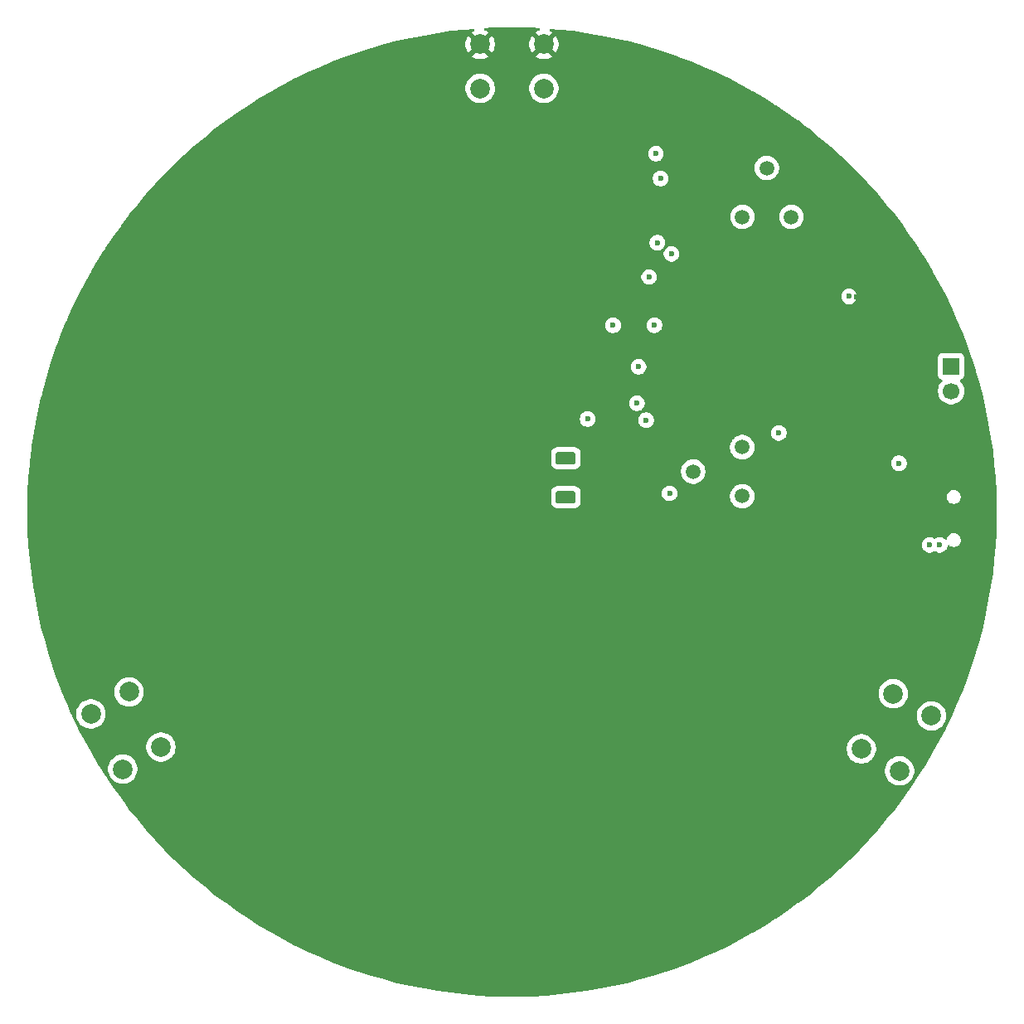
<source format=gbr>
%TF.GenerationSoftware,KiCad,Pcbnew,9.0.0*%
%TF.CreationDate,2025-05-12T19:59:56-03:00*%
%TF.ProjectId,kicad proyecto,6b696361-6420-4707-926f-796563746f2e,rev?*%
%TF.SameCoordinates,Original*%
%TF.FileFunction,Copper,L3,Inr*%
%TF.FilePolarity,Positive*%
%FSLAX46Y46*%
G04 Gerber Fmt 4.6, Leading zero omitted, Abs format (unit mm)*
G04 Created by KiCad (PCBNEW 9.0.0) date 2025-05-12 19:59:56*
%MOMM*%
%LPD*%
G01*
G04 APERTURE LIST*
G04 Aperture macros list*
%AMRoundRect*
0 Rectangle with rounded corners*
0 $1 Rounding radius*
0 $2 $3 $4 $5 $6 $7 $8 $9 X,Y pos of 4 corners*
0 Add a 4 corners polygon primitive as box body*
4,1,4,$2,$3,$4,$5,$6,$7,$8,$9,$2,$3,0*
0 Add four circle primitives for the rounded corners*
1,1,$1+$1,$2,$3*
1,1,$1+$1,$4,$5*
1,1,$1+$1,$6,$7*
1,1,$1+$1,$8,$9*
0 Add four rect primitives between the rounded corners*
20,1,$1+$1,$2,$3,$4,$5,0*
20,1,$1+$1,$4,$5,$6,$7,0*
20,1,$1+$1,$6,$7,$8,$9,0*
20,1,$1+$1,$8,$9,$2,$3,0*%
G04 Aperture macros list end*
%TA.AperFunction,ComponentPad*%
%ADD10C,2.000000*%
%TD*%
%TA.AperFunction,ComponentPad*%
%ADD11C,1.498600*%
%TD*%
%TA.AperFunction,ComponentPad*%
%ADD12R,1.700000X1.700000*%
%TD*%
%TA.AperFunction,ComponentPad*%
%ADD13C,1.700000*%
%TD*%
%TA.AperFunction,ComponentPad*%
%ADD14RoundRect,0.190500X-0.809500X-0.444500X0.809500X-0.444500X0.809500X0.444500X-0.809500X0.444500X0*%
%TD*%
%TA.AperFunction,ViaPad*%
%ADD15C,0.600000*%
%TD*%
G04 APERTURE END LIST*
D10*
%TO.N,+5V*%
%TO.C,SW3*%
X187823557Y-125810418D03*
X184573557Y-131439583D03*
%TO.N,Net-(SW1-B)*%
X183926443Y-123560418D03*
X180676443Y-129189583D03*
%TD*%
D11*
%TO.N,+5V*%
%TO.C,50k1*%
X168503600Y-103378000D03*
X163503600Y-100878000D03*
%TO.N,Net-(U2-DIS)*%
X168503600Y-98378010D03*
%TD*%
%TO.N,+5V*%
%TO.C,10k1*%
X168518200Y-74875400D03*
X171018200Y-69875400D03*
%TO.N,Net-(U1-DIS)*%
X173518190Y-74875400D03*
%TD*%
D10*
%TO.N,RESET*%
%TO.C,SW2*%
X148250000Y-61750000D03*
X141750000Y-61750000D03*
%TO.N,GND*%
X148250000Y-57250000D03*
X141750000Y-57250000D03*
%TD*%
%TO.N,+5V*%
%TO.C,SW1*%
X105250000Y-131250000D03*
X102000000Y-125620835D03*
%TO.N,Net-(SW1-B)*%
X109147114Y-129000000D03*
X105897114Y-123370835D03*
%TD*%
D12*
%TO.N,Net-(J2-Pin_1)*%
%TO.C,J2*%
X189839600Y-90119200D03*
D13*
%TO.N,Net-(J2-Pin_2)*%
X189839599Y-92659199D03*
%TD*%
D14*
%TO.N,+5V*%
%TO.C,BZ1*%
X150500000Y-103500000D03*
%TO.N,Net-(BZ1--)*%
X150500000Y-99500000D03*
%TD*%
D15*
%TO.N,+5V*%
X160172400Y-70942200D03*
X157750000Y-93903800D03*
X159530802Y-85921602D03*
X172237400Y-96926400D03*
X184505602Y-100025202D03*
X155321000Y-85928200D03*
X187629800Y-108356400D03*
X179414893Y-82986042D03*
X152730200Y-95504000D03*
X159689800Y-68402200D03*
X188671200Y-108356400D03*
X158699200Y-95631000D03*
%TO.N,Net-(BZ1--)*%
X161086800Y-103098600D03*
%TO.N,GND*%
X165100000Y-114300000D03*
X149675000Y-86000000D03*
X155067000Y-94437200D03*
X165912800Y-107595000D03*
X156159200Y-96443800D03*
X127000000Y-88900000D03*
X127000000Y-114300000D03*
X188518800Y-103124000D03*
X114300000Y-127000000D03*
X127000000Y-76200000D03*
X139700000Y-152400000D03*
X139700000Y-63500000D03*
X157099000Y-67233800D03*
X101600000Y-101600000D03*
X152400000Y-139700000D03*
X165100000Y-139700000D03*
X114300000Y-88900000D03*
X114300000Y-139700000D03*
X139700000Y-114300000D03*
X139700000Y-76200000D03*
X168325800Y-82118200D03*
X139700000Y-127000000D03*
X127000000Y-139700000D03*
X181559205Y-85852005D03*
X114300000Y-101600000D03*
X187553600Y-103098600D03*
X172313600Y-95910400D03*
X173939200Y-110083600D03*
X183870600Y-97688400D03*
X152400000Y-152400000D03*
X167614600Y-104978200D03*
X101600000Y-114300000D03*
X152400000Y-127000000D03*
X167030400Y-87503000D03*
X153517600Y-81051400D03*
X139700000Y-101600000D03*
X114300000Y-76200000D03*
X155016200Y-82346800D03*
X114300000Y-114300000D03*
X101600000Y-88900000D03*
X181127400Y-102173200D03*
X173939200Y-111556800D03*
X162941000Y-107670600D03*
X183845200Y-96926400D03*
X139700000Y-139700000D03*
X165100000Y-127000000D03*
X184556400Y-103352600D03*
X180214231Y-83018647D03*
X139700000Y-88900000D03*
X145000000Y-57250000D03*
X181000400Y-100228400D03*
X127000000Y-63500000D03*
X171526200Y-81178400D03*
X152400000Y-114300000D03*
X176682400Y-99568000D03*
X171450000Y-114300000D03*
X171450000Y-63500000D03*
X165100000Y-114300000D03*
X171450000Y-76200000D03*
X171450000Y-88900000D03*
X150091837Y-94775180D03*
X177800000Y-107950000D03*
X152400000Y-101600000D03*
X190271389Y-100121316D03*
X177800000Y-120650000D03*
X152400000Y-107950000D03*
X190500000Y-114300000D03*
X146050000Y-63500000D03*
X184150000Y-95250000D03*
X165100000Y-76200000D03*
X146050000Y-82550000D03*
X146050000Y-95250000D03*
X146050000Y-101600000D03*
X158750000Y-63500000D03*
X184150000Y-114300000D03*
X158750000Y-101600000D03*
X184150000Y-120650000D03*
X190500000Y-95250000D03*
X177800000Y-101600000D03*
X184150000Y-88900000D03*
X192081279Y-105801585D03*
X165100000Y-82550000D03*
X184424053Y-104548585D03*
X158750000Y-107950000D03*
X165100000Y-69850000D03*
X184150000Y-82550000D03*
X177800000Y-88900000D03*
X146050000Y-88900000D03*
X146050000Y-69850000D03*
X152792749Y-90153000D03*
X152400000Y-57150000D03*
X152400000Y-63500000D03*
X165100000Y-63500000D03*
X171450000Y-95250000D03*
X158750000Y-82550000D03*
X163206576Y-95053625D03*
X155911329Y-75478971D03*
X146050000Y-76200000D03*
X172161200Y-101513539D03*
X184150000Y-76200000D03*
X177800000Y-114300000D03*
X190500000Y-120650000D03*
X184150000Y-107950000D03*
X156607440Y-94691647D03*
X163150887Y-88760777D03*
X152400000Y-82550000D03*
X177800000Y-76200000D03*
%TO.N,Net-(U6-Q0)*%
X161290000Y-78638400D03*
X159000000Y-81000000D03*
%TO.N,RESET*%
X157917213Y-90174999D03*
X159842200Y-77500000D03*
%TD*%
%TA.AperFunction,Conductor*%
%TO.N,GND*%
G36*
X145695952Y-55505417D02*
G01*
X147080386Y-55544260D01*
X147083735Y-55544401D01*
X147753994Y-55582042D01*
X147819823Y-55605455D01*
X147862545Y-55660741D01*
X147868595Y-55730348D01*
X147836052Y-55792177D01*
X147785359Y-55823778D01*
X147674195Y-55859897D01*
X147463830Y-55967084D01*
X147380894Y-56027340D01*
X148079766Y-56726212D01*
X148037708Y-56737482D01*
X147912292Y-56809890D01*
X147809890Y-56912292D01*
X147737482Y-57037708D01*
X147726212Y-57079766D01*
X147027340Y-56380894D01*
X146967084Y-56463830D01*
X146859897Y-56674197D01*
X146786934Y-56898752D01*
X146750000Y-57131947D01*
X146750000Y-57368052D01*
X146786934Y-57601247D01*
X146859897Y-57825802D01*
X146967087Y-58036174D01*
X147027338Y-58119104D01*
X147027340Y-58119105D01*
X147726212Y-57420233D01*
X147737482Y-57462292D01*
X147809890Y-57587708D01*
X147912292Y-57690110D01*
X148037708Y-57762518D01*
X148079765Y-57773787D01*
X147380893Y-58472658D01*
X147463828Y-58532914D01*
X147674197Y-58640102D01*
X147898752Y-58713065D01*
X147898751Y-58713065D01*
X148131948Y-58750000D01*
X148368052Y-58750000D01*
X148601247Y-58713065D01*
X148825802Y-58640102D01*
X149036163Y-58532918D01*
X149036169Y-58532914D01*
X149119104Y-58472658D01*
X149119105Y-58472658D01*
X148420233Y-57773787D01*
X148462292Y-57762518D01*
X148587708Y-57690110D01*
X148690110Y-57587708D01*
X148762518Y-57462292D01*
X148773787Y-57420234D01*
X149472658Y-58119105D01*
X149472658Y-58119104D01*
X149532914Y-58036169D01*
X149532918Y-58036163D01*
X149640102Y-57825802D01*
X149713065Y-57601247D01*
X149750000Y-57368052D01*
X149750000Y-57131947D01*
X149713065Y-56898752D01*
X149640102Y-56674197D01*
X149532914Y-56463828D01*
X149472658Y-56380894D01*
X149472658Y-56380893D01*
X148773787Y-57079765D01*
X148762518Y-57037708D01*
X148690110Y-56912292D01*
X148587708Y-56809890D01*
X148462292Y-56737482D01*
X148420234Y-56726212D01*
X149119105Y-56027340D01*
X149119104Y-56027338D01*
X149036174Y-55967087D01*
X148901273Y-55898351D01*
X148850477Y-55850376D01*
X148833682Y-55782555D01*
X148856219Y-55716420D01*
X148910935Y-55672969D01*
X148967988Y-55664305D01*
X149850124Y-55738712D01*
X149853470Y-55739042D01*
X151193980Y-55890080D01*
X151229760Y-55894112D01*
X151233213Y-55894550D01*
X152604545Y-56088150D01*
X152607935Y-56088677D01*
X153973367Y-56320673D01*
X153976768Y-56321301D01*
X155335101Y-56591490D01*
X155338440Y-56592203D01*
X156671418Y-56896446D01*
X156688689Y-56900388D01*
X156692063Y-56901207D01*
X158033165Y-57247149D01*
X158036411Y-57248035D01*
X159367349Y-57631472D01*
X159370558Y-57632445D01*
X160690146Y-58053035D01*
X160693377Y-58054115D01*
X161889503Y-58472658D01*
X162000664Y-58511555D01*
X162003928Y-58512749D01*
X162056764Y-58532918D01*
X163297789Y-59006642D01*
X163301021Y-59007928D01*
X164580537Y-59537921D01*
X164583731Y-59539297D01*
X165847879Y-60104966D01*
X165851003Y-60106417D01*
X166523320Y-60430188D01*
X167098812Y-60707330D01*
X167101924Y-60708883D01*
X168332385Y-61344554D01*
X168335379Y-61346153D01*
X169270829Y-61863159D01*
X169547556Y-62016101D01*
X169550576Y-62017826D01*
X170743427Y-62721471D01*
X170746398Y-62723280D01*
X171018916Y-62894514D01*
X171829579Y-63403887D01*
X171919066Y-63460115D01*
X171921975Y-63462000D01*
X173073523Y-64231441D01*
X173076343Y-64233383D01*
X174205920Y-65034859D01*
X174208668Y-65036869D01*
X174904624Y-65560630D01*
X175315241Y-65869651D01*
X175317991Y-65871781D01*
X176400790Y-66735285D01*
X176403478Y-66737491D01*
X177461613Y-67631006D01*
X177464239Y-67633287D01*
X177530841Y-67692806D01*
X178236426Y-68323355D01*
X178496909Y-68556136D01*
X178499465Y-68558485D01*
X178581126Y-68635689D01*
X179505866Y-69509954D01*
X179508359Y-69512379D01*
X180487620Y-70491640D01*
X180490045Y-70494133D01*
X181272137Y-71321379D01*
X181441509Y-71500529D01*
X181443863Y-71503090D01*
X182366712Y-72535760D01*
X182368993Y-72538386D01*
X183262508Y-73596521D01*
X183264714Y-73599209D01*
X184128218Y-74682008D01*
X184130348Y-74684758D01*
X184634876Y-75355157D01*
X184886562Y-75689590D01*
X184963108Y-75791301D01*
X184965148Y-75794092D01*
X185629397Y-76730263D01*
X185766601Y-76923634D01*
X185768568Y-76926491D01*
X186153282Y-77502256D01*
X186537992Y-78078014D01*
X186539884Y-78080933D01*
X187276719Y-79253601D01*
X187278528Y-79256572D01*
X187982173Y-80449423D01*
X187983898Y-80452443D01*
X188653826Y-81664584D01*
X188655465Y-81667651D01*
X189291116Y-82898075D01*
X189292669Y-82901187D01*
X189893575Y-84148981D01*
X189895040Y-84152136D01*
X190460702Y-85416268D01*
X190462078Y-85419462D01*
X190992071Y-86698978D01*
X190993357Y-86702210D01*
X191487249Y-87996069D01*
X191488444Y-87999335D01*
X191945873Y-89306589D01*
X191946975Y-89309888D01*
X191996607Y-89465608D01*
X192343567Y-90554184D01*
X192367535Y-90629381D01*
X192368541Y-90632695D01*
X192698905Y-91779414D01*
X192751949Y-91963533D01*
X192752865Y-91966889D01*
X193098790Y-93307931D01*
X193099611Y-93311310D01*
X193407789Y-94661528D01*
X193408515Y-94664930D01*
X193678696Y-96023222D01*
X193679327Y-96026642D01*
X193911318Y-97392041D01*
X193911852Y-97395478D01*
X194105449Y-98766789D01*
X194105887Y-98770239D01*
X194260951Y-100146471D01*
X194261292Y-100149933D01*
X194377695Y-101529955D01*
X194377939Y-101533424D01*
X194455595Y-102916202D01*
X194455741Y-102919677D01*
X194494583Y-104304047D01*
X194494632Y-104307525D01*
X194494632Y-105692474D01*
X194494583Y-105695952D01*
X194455741Y-107080322D01*
X194455595Y-107083797D01*
X194377939Y-108466575D01*
X194377695Y-108470044D01*
X194261292Y-109850066D01*
X194260951Y-109853528D01*
X194105887Y-111229760D01*
X194105449Y-111233210D01*
X193911852Y-112604521D01*
X193911318Y-112607958D01*
X193679327Y-113973357D01*
X193678696Y-113976777D01*
X193408515Y-115335069D01*
X193407789Y-115338471D01*
X193099611Y-116688689D01*
X193098790Y-116692068D01*
X192752865Y-118033110D01*
X192751949Y-118036466D01*
X192368545Y-119367290D01*
X192367535Y-119370618D01*
X191946975Y-120690111D01*
X191945873Y-120693410D01*
X191488444Y-122000664D01*
X191487249Y-122003930D01*
X190993357Y-123297789D01*
X190992071Y-123301021D01*
X190462078Y-124580537D01*
X190460702Y-124583731D01*
X189895040Y-125847863D01*
X189893575Y-125851018D01*
X189292669Y-127098812D01*
X189291116Y-127101924D01*
X188655465Y-128332348D01*
X188653826Y-128335415D01*
X187983898Y-129547556D01*
X187982173Y-129550576D01*
X187278528Y-130743427D01*
X187276719Y-130746398D01*
X186539884Y-131919066D01*
X186537992Y-131921985D01*
X185768573Y-133073501D01*
X185766601Y-133076365D01*
X184965161Y-134205890D01*
X184963108Y-134208698D01*
X184130348Y-135315241D01*
X184128218Y-135317991D01*
X183264714Y-136400790D01*
X183262508Y-136403478D01*
X182368993Y-137461613D01*
X182366712Y-137464239D01*
X181443863Y-138496909D01*
X181441509Y-138499470D01*
X180490045Y-139505866D01*
X180487620Y-139508359D01*
X179508359Y-140487620D01*
X179505866Y-140490045D01*
X178499470Y-141441509D01*
X178496909Y-141443863D01*
X177464239Y-142366712D01*
X177461613Y-142368993D01*
X176403478Y-143262508D01*
X176400790Y-143264714D01*
X175317991Y-144128218D01*
X175315241Y-144130348D01*
X174208698Y-144963108D01*
X174205890Y-144965161D01*
X173076365Y-145766601D01*
X173073501Y-145768573D01*
X171921985Y-146537992D01*
X171919066Y-146539884D01*
X170746398Y-147276719D01*
X170743427Y-147278528D01*
X169550576Y-147982173D01*
X169547556Y-147983898D01*
X168335415Y-148653826D01*
X168332348Y-148655465D01*
X167101924Y-149291116D01*
X167098812Y-149292669D01*
X165851018Y-149893575D01*
X165847863Y-149895040D01*
X164583731Y-150460702D01*
X164580537Y-150462078D01*
X163301021Y-150992071D01*
X163297789Y-150993357D01*
X162003930Y-151487249D01*
X162000664Y-151488444D01*
X160693410Y-151945873D01*
X160690111Y-151946975D01*
X159370618Y-152367535D01*
X159367290Y-152368545D01*
X158036466Y-152751949D01*
X158033110Y-152752865D01*
X156692068Y-153098790D01*
X156688689Y-153099611D01*
X155338471Y-153407789D01*
X155335069Y-153408515D01*
X153976777Y-153678696D01*
X153973357Y-153679327D01*
X152607958Y-153911318D01*
X152604521Y-153911852D01*
X151233210Y-154105449D01*
X151229760Y-154105887D01*
X149853528Y-154260951D01*
X149850066Y-154261292D01*
X148470044Y-154377695D01*
X148466575Y-154377939D01*
X147083797Y-154455595D01*
X147080322Y-154455741D01*
X145695952Y-154494583D01*
X145692474Y-154494632D01*
X144307526Y-154494632D01*
X144304048Y-154494583D01*
X142919677Y-154455741D01*
X142916202Y-154455595D01*
X141533424Y-154377939D01*
X141529955Y-154377695D01*
X140149933Y-154261292D01*
X140146471Y-154260951D01*
X138770239Y-154105887D01*
X138766789Y-154105449D01*
X137395478Y-153911852D01*
X137392041Y-153911318D01*
X136026642Y-153679327D01*
X136023222Y-153678696D01*
X134664930Y-153408515D01*
X134661528Y-153407789D01*
X133311310Y-153099611D01*
X133307931Y-153098790D01*
X131966889Y-152752865D01*
X131963533Y-152751949D01*
X130632695Y-152368541D01*
X130629396Y-152367539D01*
X129309888Y-151946975D01*
X129306589Y-151945873D01*
X127999335Y-151488444D01*
X127996069Y-151487249D01*
X126702210Y-150993357D01*
X126698978Y-150992071D01*
X125419462Y-150462078D01*
X125416268Y-150460702D01*
X124152136Y-149895040D01*
X124148981Y-149893575D01*
X122901187Y-149292669D01*
X122898075Y-149291116D01*
X121667651Y-148655465D01*
X121664584Y-148653826D01*
X120452443Y-147983898D01*
X120449423Y-147982173D01*
X119256572Y-147278528D01*
X119253601Y-147276719D01*
X118080933Y-146539884D01*
X118078014Y-146537992D01*
X116926498Y-145768573D01*
X116923634Y-145766601D01*
X115794092Y-144965148D01*
X115791318Y-144963120D01*
X115369272Y-144645498D01*
X114684758Y-144130348D01*
X114682008Y-144128218D01*
X113599209Y-143264714D01*
X113596521Y-143262508D01*
X112538386Y-142368993D01*
X112535760Y-142366712D01*
X111503090Y-141443863D01*
X111500529Y-141441509D01*
X110494133Y-140490045D01*
X110491640Y-140487620D01*
X109512379Y-139508359D01*
X109509954Y-139505866D01*
X108558490Y-138499470D01*
X108556136Y-138496909D01*
X107633287Y-137464239D01*
X107631006Y-137461613D01*
X106737491Y-136403478D01*
X106735285Y-136400790D01*
X105871781Y-135317991D01*
X105869651Y-135315241D01*
X105482541Y-134800863D01*
X105036869Y-134208668D01*
X105034859Y-134205920D01*
X104233383Y-133076343D01*
X104231426Y-133073501D01*
X104068823Y-132830149D01*
X103462000Y-131921975D01*
X103460115Y-131919066D01*
X103401635Y-131825996D01*
X102965508Y-131131902D01*
X103749500Y-131131902D01*
X103749500Y-131368097D01*
X103786446Y-131601368D01*
X103859433Y-131825996D01*
X103956029Y-132015575D01*
X103966657Y-132036433D01*
X104105483Y-132227510D01*
X104272490Y-132394517D01*
X104463567Y-132533343D01*
X104562991Y-132584002D01*
X104674003Y-132640566D01*
X104674005Y-132640566D01*
X104674008Y-132640568D01*
X104794412Y-132679689D01*
X104898631Y-132713553D01*
X105131903Y-132750500D01*
X105131908Y-132750500D01*
X105368097Y-132750500D01*
X105601368Y-132713553D01*
X105825992Y-132640568D01*
X106036433Y-132533343D01*
X106227510Y-132394517D01*
X106394517Y-132227510D01*
X106533343Y-132036433D01*
X106640568Y-131825992D01*
X106713553Y-131601368D01*
X106750500Y-131368097D01*
X106750500Y-131321485D01*
X183073057Y-131321485D01*
X183073057Y-131557680D01*
X183110003Y-131790951D01*
X183182990Y-132015579D01*
X183290214Y-132226016D01*
X183429040Y-132417093D01*
X183596047Y-132584100D01*
X183787124Y-132722926D01*
X183841241Y-132750500D01*
X183997560Y-132830149D01*
X183997562Y-132830149D01*
X183997565Y-132830151D01*
X184117969Y-132869272D01*
X184222188Y-132903136D01*
X184455460Y-132940083D01*
X184455465Y-132940083D01*
X184691654Y-132940083D01*
X184924925Y-132903136D01*
X185149549Y-132830151D01*
X185359990Y-132722926D01*
X185551067Y-132584100D01*
X185718074Y-132417093D01*
X185856900Y-132226016D01*
X185964125Y-132015575D01*
X186037110Y-131790951D01*
X186067137Y-131601368D01*
X186074057Y-131557680D01*
X186074057Y-131321485D01*
X186037110Y-131088214D01*
X186003246Y-130983995D01*
X185964125Y-130863591D01*
X185964123Y-130863588D01*
X185964123Y-130863586D01*
X185875718Y-130690083D01*
X185856900Y-130653150D01*
X185718074Y-130462073D01*
X185551067Y-130295066D01*
X185359990Y-130156240D01*
X185149553Y-130049016D01*
X184924925Y-129976029D01*
X184691654Y-129939083D01*
X184691649Y-129939083D01*
X184455465Y-129939083D01*
X184455460Y-129939083D01*
X184222188Y-129976029D01*
X183997560Y-130049016D01*
X183787123Y-130156240D01*
X183772183Y-130167095D01*
X183596047Y-130295066D01*
X183596045Y-130295068D01*
X183596044Y-130295068D01*
X183429042Y-130462070D01*
X183429042Y-130462071D01*
X183429040Y-130462073D01*
X183427955Y-130463567D01*
X183290214Y-130653149D01*
X183182990Y-130863586D01*
X183110003Y-131088214D01*
X183073057Y-131321485D01*
X106750500Y-131321485D01*
X106750500Y-131131902D01*
X106713553Y-130898631D01*
X106640566Y-130674003D01*
X106552161Y-130500500D01*
X106533343Y-130463567D01*
X106394517Y-130272490D01*
X106227510Y-130105483D01*
X106036433Y-129966657D01*
X105982316Y-129939083D01*
X105825996Y-129859433D01*
X105601368Y-129786446D01*
X105368097Y-129749500D01*
X105368092Y-129749500D01*
X105131908Y-129749500D01*
X105131903Y-129749500D01*
X104898631Y-129786446D01*
X104674003Y-129859433D01*
X104463566Y-129966657D01*
X104448626Y-129977512D01*
X104272490Y-130105483D01*
X104272488Y-130105485D01*
X104272487Y-130105485D01*
X104105485Y-130272487D01*
X104105485Y-130272488D01*
X104105483Y-130272490D01*
X104097599Y-130283342D01*
X103966657Y-130463566D01*
X103859433Y-130674003D01*
X103786446Y-130898631D01*
X103749500Y-131131902D01*
X102965508Y-131131902D01*
X102723280Y-130746398D01*
X102721471Y-130743427D01*
X102017826Y-129550576D01*
X102016101Y-129547556D01*
X102012451Y-129540951D01*
X101648206Y-128881902D01*
X107646614Y-128881902D01*
X107646614Y-129118097D01*
X107683560Y-129351368D01*
X107756547Y-129575996D01*
X107844953Y-129749500D01*
X107863771Y-129786433D01*
X108002597Y-129977510D01*
X108169604Y-130144517D01*
X108360681Y-130283343D01*
X108383689Y-130295066D01*
X108571117Y-130390566D01*
X108571119Y-130390566D01*
X108571122Y-130390568D01*
X108691526Y-130429689D01*
X108795745Y-130463553D01*
X109029017Y-130500500D01*
X109029022Y-130500500D01*
X109265211Y-130500500D01*
X109498482Y-130463553D01*
X109503046Y-130462070D01*
X109723106Y-130390568D01*
X109933547Y-130283343D01*
X110124624Y-130144517D01*
X110291631Y-129977510D01*
X110430457Y-129786433D01*
X110537682Y-129575992D01*
X110610667Y-129351368D01*
X110647614Y-129118097D01*
X110647614Y-129071485D01*
X179175943Y-129071485D01*
X179175943Y-129307680D01*
X179212889Y-129540951D01*
X179285876Y-129765579D01*
X179374282Y-129939083D01*
X179393100Y-129976016D01*
X179531926Y-130167093D01*
X179698933Y-130334100D01*
X179890010Y-130472926D01*
X179944127Y-130500500D01*
X180100446Y-130580149D01*
X180100448Y-130580149D01*
X180100451Y-130580151D01*
X180220855Y-130619272D01*
X180325074Y-130653136D01*
X180558346Y-130690083D01*
X180558351Y-130690083D01*
X180794540Y-130690083D01*
X181027811Y-130653136D01*
X181252435Y-130580151D01*
X181462876Y-130472926D01*
X181653953Y-130334100D01*
X181820960Y-130167093D01*
X181959786Y-129976016D01*
X182067011Y-129765575D01*
X182139996Y-129540951D01*
X182170023Y-129351368D01*
X182176943Y-129307680D01*
X182176943Y-129071485D01*
X182139996Y-128838214D01*
X182106132Y-128733995D01*
X182067011Y-128613591D01*
X182067009Y-128613588D01*
X182067009Y-128613586D01*
X182010445Y-128502574D01*
X181959786Y-128403150D01*
X181820960Y-128212073D01*
X181653953Y-128045066D01*
X181462876Y-127906240D01*
X181252439Y-127799016D01*
X181027811Y-127726029D01*
X180794540Y-127689083D01*
X180794535Y-127689083D01*
X180558351Y-127689083D01*
X180558346Y-127689083D01*
X180325074Y-127726029D01*
X180100446Y-127799016D01*
X179890009Y-127906240D01*
X179780993Y-127985445D01*
X179698933Y-128045066D01*
X179698931Y-128045068D01*
X179698930Y-128045068D01*
X179531928Y-128212070D01*
X179531928Y-128212071D01*
X179531926Y-128212073D01*
X179530841Y-128213567D01*
X179393100Y-128403149D01*
X179285876Y-128613586D01*
X179212889Y-128838214D01*
X179175943Y-129071485D01*
X110647614Y-129071485D01*
X110647614Y-128881902D01*
X110610667Y-128648631D01*
X110537680Y-128424003D01*
X110430456Y-128213566D01*
X110291631Y-128022490D01*
X110124624Y-127855483D01*
X109933547Y-127716657D01*
X109879430Y-127689083D01*
X109723110Y-127609433D01*
X109498482Y-127536446D01*
X109265211Y-127499500D01*
X109265206Y-127499500D01*
X109029022Y-127499500D01*
X109029017Y-127499500D01*
X108795745Y-127536446D01*
X108571117Y-127609433D01*
X108360680Y-127716657D01*
X108251664Y-127795862D01*
X108169604Y-127855483D01*
X108169602Y-127855485D01*
X108169601Y-127855485D01*
X108002599Y-128022487D01*
X108002599Y-128022488D01*
X108002597Y-128022490D01*
X107986195Y-128045066D01*
X107863771Y-128213566D01*
X107756547Y-128424003D01*
X107683560Y-128648631D01*
X107646614Y-128881902D01*
X101648206Y-128881902D01*
X101346153Y-128335379D01*
X101344554Y-128332385D01*
X100797764Y-127273971D01*
X100708883Y-127101924D01*
X100707330Y-127098812D01*
X100106424Y-125851018D01*
X100104959Y-125847863D01*
X100056213Y-125738927D01*
X99950525Y-125502737D01*
X100499500Y-125502737D01*
X100499500Y-125738932D01*
X100536446Y-125972203D01*
X100609433Y-126196831D01*
X100648334Y-126273177D01*
X100716657Y-126407268D01*
X100855483Y-126598345D01*
X101022490Y-126765352D01*
X101213567Y-126904178D01*
X101312991Y-126954837D01*
X101424003Y-127011401D01*
X101424005Y-127011401D01*
X101424008Y-127011403D01*
X101544412Y-127050524D01*
X101648631Y-127084388D01*
X101881903Y-127121335D01*
X101881908Y-127121335D01*
X102118097Y-127121335D01*
X102351368Y-127084388D01*
X102575992Y-127011403D01*
X102786433Y-126904178D01*
X102977510Y-126765352D01*
X103144517Y-126598345D01*
X103283343Y-126407268D01*
X103390568Y-126196827D01*
X103463553Y-125972203D01*
X103500500Y-125738932D01*
X103500500Y-125692320D01*
X186323057Y-125692320D01*
X186323057Y-125928515D01*
X186360003Y-126161786D01*
X186432990Y-126386414D01*
X186540214Y-126596851D01*
X186679040Y-126787928D01*
X186846047Y-126954935D01*
X187037124Y-127093761D01*
X187091241Y-127121335D01*
X187247560Y-127200984D01*
X187247562Y-127200984D01*
X187247565Y-127200986D01*
X187367969Y-127240107D01*
X187472188Y-127273971D01*
X187705460Y-127310918D01*
X187705465Y-127310918D01*
X187941654Y-127310918D01*
X188174925Y-127273971D01*
X188399549Y-127200986D01*
X188609990Y-127093761D01*
X188801067Y-126954935D01*
X188968074Y-126787928D01*
X189106900Y-126596851D01*
X189214125Y-126386410D01*
X189287110Y-126161786D01*
X189317137Y-125972203D01*
X189324057Y-125928515D01*
X189324057Y-125692320D01*
X189287110Y-125459049D01*
X189253246Y-125354830D01*
X189214125Y-125234426D01*
X189214123Y-125234423D01*
X189214123Y-125234421D01*
X189125718Y-125060918D01*
X189106900Y-125023985D01*
X188968074Y-124832908D01*
X188801067Y-124665901D01*
X188609990Y-124527075D01*
X188399553Y-124419851D01*
X188174925Y-124346864D01*
X187941654Y-124309918D01*
X187941649Y-124309918D01*
X187705465Y-124309918D01*
X187705460Y-124309918D01*
X187472188Y-124346864D01*
X187247560Y-124419851D01*
X187037123Y-124527075D01*
X186959144Y-124583731D01*
X186846047Y-124665901D01*
X186846045Y-124665903D01*
X186846044Y-124665903D01*
X186679042Y-124832905D01*
X186679042Y-124832906D01*
X186679040Y-124832908D01*
X186677955Y-124834402D01*
X186540214Y-125023984D01*
X186432990Y-125234421D01*
X186360003Y-125459049D01*
X186323057Y-125692320D01*
X103500500Y-125692320D01*
X103500500Y-125502737D01*
X103463553Y-125269466D01*
X103390566Y-125044838D01*
X103302161Y-124871335D01*
X103283343Y-124834402D01*
X103144517Y-124643325D01*
X102977510Y-124476318D01*
X102786433Y-124337492D01*
X102732316Y-124309918D01*
X102575996Y-124230268D01*
X102351368Y-124157281D01*
X102118097Y-124120335D01*
X102118092Y-124120335D01*
X101881908Y-124120335D01*
X101881903Y-124120335D01*
X101648631Y-124157281D01*
X101424003Y-124230268D01*
X101213566Y-124337492D01*
X101198626Y-124348347D01*
X101022490Y-124476318D01*
X101022488Y-124476320D01*
X101022487Y-124476320D01*
X100855485Y-124643322D01*
X100855485Y-124643323D01*
X100855483Y-124643325D01*
X100847599Y-124654177D01*
X100716657Y-124834401D01*
X100609433Y-125044838D01*
X100536446Y-125269466D01*
X100499500Y-125502737D01*
X99950525Y-125502737D01*
X99736297Y-125023984D01*
X99539297Y-124583731D01*
X99537921Y-124580537D01*
X99007928Y-123301021D01*
X99006644Y-123297795D01*
X99006642Y-123297789D01*
X98989445Y-123252737D01*
X104396614Y-123252737D01*
X104396614Y-123488932D01*
X104433560Y-123722203D01*
X104506547Y-123946831D01*
X104594953Y-124120335D01*
X104613771Y-124157268D01*
X104752597Y-124348345D01*
X104919604Y-124515352D01*
X105110681Y-124654178D01*
X105133689Y-124665901D01*
X105321117Y-124761401D01*
X105321119Y-124761401D01*
X105321122Y-124761403D01*
X105441526Y-124800524D01*
X105545745Y-124834388D01*
X105779017Y-124871335D01*
X105779022Y-124871335D01*
X106015211Y-124871335D01*
X106248482Y-124834388D01*
X106253046Y-124832905D01*
X106473106Y-124761403D01*
X106683547Y-124654178D01*
X106874624Y-124515352D01*
X107041631Y-124348345D01*
X107180457Y-124157268D01*
X107287682Y-123946827D01*
X107360667Y-123722203D01*
X107397614Y-123488932D01*
X107397614Y-123442320D01*
X182425943Y-123442320D01*
X182425943Y-123678515D01*
X182462889Y-123911786D01*
X182535876Y-124136414D01*
X182624282Y-124309918D01*
X182643100Y-124346851D01*
X182781926Y-124537928D01*
X182948933Y-124704935D01*
X183140010Y-124843761D01*
X183194127Y-124871335D01*
X183350446Y-124950984D01*
X183350448Y-124950984D01*
X183350451Y-124950986D01*
X183440061Y-124980102D01*
X183575074Y-125023971D01*
X183808346Y-125060918D01*
X183808351Y-125060918D01*
X184044540Y-125060918D01*
X184277811Y-125023971D01*
X184502435Y-124950986D01*
X184712876Y-124843761D01*
X184903953Y-124704935D01*
X185070960Y-124537928D01*
X185209786Y-124346851D01*
X185317011Y-124136410D01*
X185389996Y-123911786D01*
X185420023Y-123722203D01*
X185426943Y-123678515D01*
X185426943Y-123442320D01*
X185389996Y-123209049D01*
X185356132Y-123104830D01*
X185317011Y-122984426D01*
X185317009Y-122984423D01*
X185317009Y-122984421D01*
X185260445Y-122873409D01*
X185209786Y-122773985D01*
X185070960Y-122582908D01*
X184903953Y-122415901D01*
X184712876Y-122277075D01*
X184502439Y-122169851D01*
X184277811Y-122096864D01*
X184044540Y-122059918D01*
X184044535Y-122059918D01*
X183808351Y-122059918D01*
X183808346Y-122059918D01*
X183575074Y-122096864D01*
X183350446Y-122169851D01*
X183140009Y-122277075D01*
X183042633Y-122347824D01*
X182948933Y-122415901D01*
X182948931Y-122415903D01*
X182948930Y-122415903D01*
X182781928Y-122582905D01*
X182781928Y-122582906D01*
X182781926Y-122582908D01*
X182780841Y-122584402D01*
X182643100Y-122773984D01*
X182535876Y-122984421D01*
X182462889Y-123209049D01*
X182425943Y-123442320D01*
X107397614Y-123442320D01*
X107397614Y-123252737D01*
X107360667Y-123019466D01*
X107287680Y-122794838D01*
X107180456Y-122584401D01*
X107041631Y-122393325D01*
X106874624Y-122226318D01*
X106683547Y-122087492D01*
X106629430Y-122059918D01*
X106473110Y-121980268D01*
X106248482Y-121907281D01*
X106015211Y-121870335D01*
X106015206Y-121870335D01*
X105779022Y-121870335D01*
X105779017Y-121870335D01*
X105545745Y-121907281D01*
X105321117Y-121980268D01*
X105110680Y-122087492D01*
X105001664Y-122166697D01*
X104919604Y-122226318D01*
X104919602Y-122226320D01*
X104919601Y-122226320D01*
X104752599Y-122393322D01*
X104752599Y-122393323D01*
X104752597Y-122393325D01*
X104736195Y-122415901D01*
X104613771Y-122584401D01*
X104506547Y-122794838D01*
X104433560Y-123019466D01*
X104396614Y-123252737D01*
X98989445Y-123252737D01*
X98512749Y-122003928D01*
X98511555Y-122000664D01*
X98165148Y-121010692D01*
X98054115Y-120693377D01*
X98053035Y-120690146D01*
X97632445Y-119370558D01*
X97631472Y-119367349D01*
X97248035Y-118036411D01*
X97247149Y-118033165D01*
X96901207Y-116692063D01*
X96900388Y-116688689D01*
X96592210Y-115338471D01*
X96591484Y-115335069D01*
X96321303Y-113976777D01*
X96320672Y-113973357D01*
X96088681Y-112607958D01*
X96088147Y-112604521D01*
X95894550Y-111233210D01*
X95894112Y-111229760D01*
X95890080Y-111193980D01*
X95739042Y-109853470D01*
X95738712Y-109850124D01*
X95622303Y-108470036D01*
X95622060Y-108466575D01*
X95620301Y-108435246D01*
X95611445Y-108277553D01*
X186829300Y-108277553D01*
X186829300Y-108435246D01*
X186860061Y-108589889D01*
X186860064Y-108589901D01*
X186920402Y-108735572D01*
X186920409Y-108735585D01*
X187008010Y-108866688D01*
X187008013Y-108866692D01*
X187119507Y-108978186D01*
X187119511Y-108978189D01*
X187250614Y-109065790D01*
X187250627Y-109065797D01*
X187396298Y-109126135D01*
X187396303Y-109126137D01*
X187550953Y-109156899D01*
X187550956Y-109156900D01*
X187550958Y-109156900D01*
X187708644Y-109156900D01*
X187708645Y-109156899D01*
X187863297Y-109126137D01*
X188008979Y-109065794D01*
X188081609Y-109017263D01*
X188148286Y-108996386D01*
X188215666Y-109014870D01*
X188219385Y-109017260D01*
X188292021Y-109065794D01*
X188292023Y-109065795D01*
X188292027Y-109065797D01*
X188437698Y-109126135D01*
X188437703Y-109126137D01*
X188592353Y-109156899D01*
X188592356Y-109156900D01*
X188592358Y-109156900D01*
X188750044Y-109156900D01*
X188750045Y-109156899D01*
X188904697Y-109126137D01*
X189050379Y-109065794D01*
X189181489Y-108978189D01*
X189292989Y-108866689D01*
X189380594Y-108735579D01*
X189440937Y-108589897D01*
X189462889Y-108479536D01*
X189495272Y-108417629D01*
X189555988Y-108383055D01*
X189625757Y-108386794D01*
X189658171Y-108405060D01*
X189658393Y-108404730D01*
X189662745Y-108407637D01*
X189663171Y-108407878D01*
X189663451Y-108408107D01*
X189663458Y-108408114D01*
X189677698Y-108417629D01*
X189778182Y-108484771D01*
X189778195Y-108484778D01*
X189905667Y-108537578D01*
X189905672Y-108537580D01*
X189905676Y-108537580D01*
X189905677Y-108537581D01*
X190041004Y-108564500D01*
X190041007Y-108564500D01*
X190178995Y-108564500D01*
X190270041Y-108546389D01*
X190314328Y-108537580D01*
X190441811Y-108484775D01*
X190556542Y-108408114D01*
X190654114Y-108310542D01*
X190730775Y-108195811D01*
X190783580Y-108068328D01*
X190801701Y-107977227D01*
X190810500Y-107932995D01*
X190810500Y-107795004D01*
X190783581Y-107659677D01*
X190783580Y-107659676D01*
X190783580Y-107659672D01*
X190778332Y-107647002D01*
X190730778Y-107532195D01*
X190730771Y-107532182D01*
X190654114Y-107417458D01*
X190654111Y-107417454D01*
X190556545Y-107319888D01*
X190556541Y-107319885D01*
X190441817Y-107243228D01*
X190441804Y-107243221D01*
X190314332Y-107190421D01*
X190314322Y-107190418D01*
X190178995Y-107163500D01*
X190178993Y-107163500D01*
X190041007Y-107163500D01*
X190041005Y-107163500D01*
X189905677Y-107190418D01*
X189905667Y-107190421D01*
X189778195Y-107243221D01*
X189778182Y-107243228D01*
X189663458Y-107319885D01*
X189663454Y-107319888D01*
X189565888Y-107417454D01*
X189565885Y-107417458D01*
X189489228Y-107532182D01*
X189489221Y-107532195D01*
X189436421Y-107659667D01*
X189436418Y-107659677D01*
X189426949Y-107707283D01*
X189394564Y-107769194D01*
X189333848Y-107803768D01*
X189264078Y-107800028D01*
X189217651Y-107770772D01*
X189181492Y-107734613D01*
X189181488Y-107734610D01*
X189050385Y-107647009D01*
X189050372Y-107647002D01*
X188904701Y-107586664D01*
X188904689Y-107586661D01*
X188750045Y-107555900D01*
X188750042Y-107555900D01*
X188592358Y-107555900D01*
X188592355Y-107555900D01*
X188437710Y-107586661D01*
X188437698Y-107586664D01*
X188292027Y-107647002D01*
X188292014Y-107647009D01*
X188219391Y-107695535D01*
X188152713Y-107716413D01*
X188085333Y-107697928D01*
X188081609Y-107695535D01*
X188008985Y-107647009D01*
X188008972Y-107647002D01*
X187863301Y-107586664D01*
X187863289Y-107586661D01*
X187708645Y-107555900D01*
X187708642Y-107555900D01*
X187550958Y-107555900D01*
X187550955Y-107555900D01*
X187396310Y-107586661D01*
X187396298Y-107586664D01*
X187250627Y-107647002D01*
X187250614Y-107647009D01*
X187119511Y-107734610D01*
X187119507Y-107734613D01*
X187008013Y-107846107D01*
X187008010Y-107846111D01*
X186920409Y-107977214D01*
X186920402Y-107977227D01*
X186860064Y-108122898D01*
X186860061Y-108122910D01*
X186829300Y-108277553D01*
X95611445Y-108277553D01*
X95544401Y-107083735D01*
X95544260Y-107080386D01*
X95505417Y-105695952D01*
X95505368Y-105692474D01*
X95505368Y-104307525D01*
X95505417Y-104304047D01*
X95505764Y-104291686D01*
X95542014Y-102999655D01*
X148999500Y-102999655D01*
X148999500Y-104000354D01*
X149005825Y-104069966D01*
X149005828Y-104069977D01*
X149055747Y-104230175D01*
X149055749Y-104230179D01*
X149142556Y-104373777D01*
X149142560Y-104373782D01*
X149261217Y-104492439D01*
X149261222Y-104492443D01*
X149381815Y-104565343D01*
X149404822Y-104579251D01*
X149565029Y-104629173D01*
X149634653Y-104635500D01*
X151365346Y-104635499D01*
X151365353Y-104635499D01*
X151434966Y-104629174D01*
X151434969Y-104629173D01*
X151434971Y-104629173D01*
X151595178Y-104579251D01*
X151669089Y-104534570D01*
X151738777Y-104492443D01*
X151738778Y-104492441D01*
X151738783Y-104492439D01*
X151857439Y-104373783D01*
X151944251Y-104230178D01*
X151994173Y-104069971D01*
X152000500Y-104000347D01*
X152000499Y-103019753D01*
X160286300Y-103019753D01*
X160286300Y-103177446D01*
X160317061Y-103332089D01*
X160317064Y-103332101D01*
X160377402Y-103477772D01*
X160377409Y-103477785D01*
X160465010Y-103608888D01*
X160465013Y-103608892D01*
X160576507Y-103720386D01*
X160576511Y-103720389D01*
X160707614Y-103807990D01*
X160707627Y-103807997D01*
X160827760Y-103857757D01*
X160853303Y-103868337D01*
X161007953Y-103899099D01*
X161007956Y-103899100D01*
X161007958Y-103899100D01*
X161165644Y-103899100D01*
X161165645Y-103899099D01*
X161320297Y-103868337D01*
X161465979Y-103807994D01*
X161597089Y-103720389D01*
X161708589Y-103608889D01*
X161796194Y-103477779D01*
X161856537Y-103332097D01*
X161866973Y-103279633D01*
X167253800Y-103279633D01*
X167253800Y-103476366D01*
X167284573Y-103670662D01*
X167345366Y-103857761D01*
X167434675Y-104033038D01*
X167550306Y-104192190D01*
X167689410Y-104331294D01*
X167848562Y-104446925D01*
X167931374Y-104489120D01*
X168023838Y-104536233D01*
X168023840Y-104536233D01*
X168023843Y-104536235D01*
X168124130Y-104568820D01*
X168210937Y-104597026D01*
X168405234Y-104627800D01*
X168405239Y-104627800D01*
X168601966Y-104627800D01*
X168796262Y-104597026D01*
X168983357Y-104536235D01*
X169158638Y-104446925D01*
X169317790Y-104331294D01*
X169456894Y-104192190D01*
X169572525Y-104033038D01*
X169661835Y-103857757D01*
X169722626Y-103670662D01*
X169722997Y-103668322D01*
X169744431Y-103532995D01*
X189409499Y-103532995D01*
X189436418Y-103668322D01*
X189436421Y-103668332D01*
X189489221Y-103795804D01*
X189489228Y-103795817D01*
X189565885Y-103910541D01*
X189565888Y-103910545D01*
X189663454Y-104008111D01*
X189663458Y-104008114D01*
X189778182Y-104084771D01*
X189778195Y-104084778D01*
X189905667Y-104137578D01*
X189905672Y-104137580D01*
X189905676Y-104137580D01*
X189905677Y-104137581D01*
X190041004Y-104164500D01*
X190041007Y-104164500D01*
X190178995Y-104164500D01*
X190270041Y-104146389D01*
X190314328Y-104137580D01*
X190441811Y-104084775D01*
X190556542Y-104008114D01*
X190654114Y-103910542D01*
X190730775Y-103795811D01*
X190783580Y-103668328D01*
X190795403Y-103608889D01*
X190810500Y-103532995D01*
X190810500Y-103395004D01*
X190783581Y-103259677D01*
X190783580Y-103259676D01*
X190783580Y-103259672D01*
X190749521Y-103177446D01*
X190730778Y-103132195D01*
X190730771Y-103132182D01*
X190654114Y-103017458D01*
X190654111Y-103017454D01*
X190556545Y-102919888D01*
X190556541Y-102919885D01*
X190441817Y-102843228D01*
X190441804Y-102843221D01*
X190314332Y-102790421D01*
X190314322Y-102790418D01*
X190178995Y-102763500D01*
X190178993Y-102763500D01*
X190041007Y-102763500D01*
X190041005Y-102763500D01*
X189905677Y-102790418D01*
X189905667Y-102790421D01*
X189778195Y-102843221D01*
X189778182Y-102843228D01*
X189663458Y-102919885D01*
X189663454Y-102919888D01*
X189565888Y-103017454D01*
X189565885Y-103017458D01*
X189489228Y-103132182D01*
X189489221Y-103132195D01*
X189436421Y-103259667D01*
X189436418Y-103259677D01*
X189409500Y-103395004D01*
X189409500Y-103395007D01*
X189409500Y-103532993D01*
X189409500Y-103532995D01*
X189409499Y-103532995D01*
X169744431Y-103532995D01*
X169753400Y-103476366D01*
X169753400Y-103279633D01*
X169722626Y-103085337D01*
X169672163Y-102930029D01*
X169661835Y-102898243D01*
X169661833Y-102898240D01*
X169661833Y-102898238D01*
X169606897Y-102790421D01*
X169572525Y-102722962D01*
X169456894Y-102563810D01*
X169317790Y-102424706D01*
X169158638Y-102309075D01*
X168983361Y-102219766D01*
X168796262Y-102158973D01*
X168601966Y-102128200D01*
X168601961Y-102128200D01*
X168405239Y-102128200D01*
X168405234Y-102128200D01*
X168210937Y-102158973D01*
X168023838Y-102219766D01*
X167848561Y-102309075D01*
X167757759Y-102375047D01*
X167689410Y-102424706D01*
X167689408Y-102424708D01*
X167689407Y-102424708D01*
X167550308Y-102563807D01*
X167550308Y-102563808D01*
X167550306Y-102563810D01*
X167532508Y-102588307D01*
X167434675Y-102722961D01*
X167345366Y-102898238D01*
X167284573Y-103085337D01*
X167253800Y-103279633D01*
X161866973Y-103279633D01*
X161872753Y-103250576D01*
X161872753Y-103250575D01*
X161887300Y-103177444D01*
X161887300Y-103019755D01*
X161887299Y-103019753D01*
X161869452Y-102930032D01*
X161856537Y-102865103D01*
X161825602Y-102790418D01*
X161796197Y-102719427D01*
X161796190Y-102719414D01*
X161708589Y-102588311D01*
X161708586Y-102588307D01*
X161597092Y-102476813D01*
X161597088Y-102476810D01*
X161465985Y-102389209D01*
X161465972Y-102389202D01*
X161320301Y-102328864D01*
X161320289Y-102328861D01*
X161165645Y-102298100D01*
X161165642Y-102298100D01*
X161007958Y-102298100D01*
X161007955Y-102298100D01*
X160853310Y-102328861D01*
X160853298Y-102328864D01*
X160707627Y-102389202D01*
X160707614Y-102389209D01*
X160576511Y-102476810D01*
X160576507Y-102476813D01*
X160465013Y-102588307D01*
X160465010Y-102588311D01*
X160377409Y-102719414D01*
X160377402Y-102719427D01*
X160317064Y-102865098D01*
X160317061Y-102865110D01*
X160286300Y-103019753D01*
X152000499Y-103019753D01*
X152000499Y-102999654D01*
X152000499Y-102999653D01*
X152000499Y-102999645D01*
X151994174Y-102930033D01*
X151994171Y-102930022D01*
X151944252Y-102769824D01*
X151944250Y-102769820D01*
X151857443Y-102626222D01*
X151857439Y-102626217D01*
X151738782Y-102507560D01*
X151738777Y-102507556D01*
X151595180Y-102420750D01*
X151595179Y-102420749D01*
X151595178Y-102420749D01*
X151434971Y-102370827D01*
X151434969Y-102370826D01*
X151434967Y-102370826D01*
X151386221Y-102366396D01*
X151365347Y-102364500D01*
X151365344Y-102364500D01*
X149634645Y-102364500D01*
X149565033Y-102370825D01*
X149565022Y-102370828D01*
X149404824Y-102420747D01*
X149404820Y-102420749D01*
X149261222Y-102507556D01*
X149261217Y-102507560D01*
X149142560Y-102626217D01*
X149142556Y-102626222D01*
X149055750Y-102769819D01*
X149055750Y-102769820D01*
X149055749Y-102769822D01*
X149049330Y-102790421D01*
X149005826Y-102930032D01*
X149000764Y-102985736D01*
X149000072Y-102993365D01*
X148999500Y-102999655D01*
X95542014Y-102999655D01*
X95544260Y-102919613D01*
X95544401Y-102916267D01*
X95622060Y-101533411D01*
X95622304Y-101529955D01*
X95628102Y-101461214D01*
X95685593Y-100779633D01*
X162253800Y-100779633D01*
X162253800Y-100976366D01*
X162284573Y-101170662D01*
X162345366Y-101357761D01*
X162433104Y-101529955D01*
X162434675Y-101533038D01*
X162550306Y-101692190D01*
X162689410Y-101831294D01*
X162848562Y-101946925D01*
X162931374Y-101989120D01*
X163023838Y-102036233D01*
X163023840Y-102036233D01*
X163023843Y-102036235D01*
X163124130Y-102068820D01*
X163210937Y-102097026D01*
X163405234Y-102127800D01*
X163405239Y-102127800D01*
X163601966Y-102127800D01*
X163796262Y-102097026D01*
X163983357Y-102036235D01*
X164158638Y-101946925D01*
X164317790Y-101831294D01*
X164456894Y-101692190D01*
X164572525Y-101533038D01*
X164661835Y-101357757D01*
X164722626Y-101170662D01*
X164753400Y-100976366D01*
X164753400Y-100779633D01*
X164722626Y-100585337D01*
X164694420Y-100498530D01*
X164661835Y-100398243D01*
X164661833Y-100398240D01*
X164661833Y-100398238D01*
X164590730Y-100258691D01*
X164572525Y-100222962D01*
X164456894Y-100063810D01*
X164339439Y-99946355D01*
X183705102Y-99946355D01*
X183705102Y-100104048D01*
X183735863Y-100258691D01*
X183735866Y-100258703D01*
X183796204Y-100404374D01*
X183796211Y-100404387D01*
X183883812Y-100535490D01*
X183883815Y-100535494D01*
X183995309Y-100646988D01*
X183995313Y-100646991D01*
X184126416Y-100734592D01*
X184126429Y-100734599D01*
X184235167Y-100779639D01*
X184272105Y-100794939D01*
X184426755Y-100825701D01*
X184426758Y-100825702D01*
X184426760Y-100825702D01*
X184584446Y-100825702D01*
X184584447Y-100825701D01*
X184739099Y-100794939D01*
X184884781Y-100734596D01*
X185015891Y-100646991D01*
X185127391Y-100535491D01*
X185214996Y-100404381D01*
X185217539Y-100398243D01*
X185275337Y-100258703D01*
X185275339Y-100258699D01*
X185306102Y-100104044D01*
X185306102Y-99946360D01*
X185306102Y-99946357D01*
X185306101Y-99946355D01*
X185275340Y-99791712D01*
X185275339Y-99791705D01*
X185245541Y-99719765D01*
X185214999Y-99646029D01*
X185214992Y-99646016D01*
X185127391Y-99514913D01*
X185127388Y-99514909D01*
X185015894Y-99403415D01*
X185015890Y-99403412D01*
X184884787Y-99315811D01*
X184884774Y-99315804D01*
X184739103Y-99255466D01*
X184739091Y-99255463D01*
X184584447Y-99224702D01*
X184584444Y-99224702D01*
X184426760Y-99224702D01*
X184426757Y-99224702D01*
X184272112Y-99255463D01*
X184272100Y-99255466D01*
X184126429Y-99315804D01*
X184126416Y-99315811D01*
X183995313Y-99403412D01*
X183995309Y-99403415D01*
X183883815Y-99514909D01*
X183883812Y-99514913D01*
X183796211Y-99646016D01*
X183796204Y-99646029D01*
X183735866Y-99791700D01*
X183735863Y-99791712D01*
X183705102Y-99946355D01*
X164339439Y-99946355D01*
X164317790Y-99924706D01*
X164158638Y-99809075D01*
X163983361Y-99719766D01*
X163796262Y-99658973D01*
X163601966Y-99628200D01*
X163601961Y-99628200D01*
X163405239Y-99628200D01*
X163405234Y-99628200D01*
X163210937Y-99658973D01*
X163023838Y-99719766D01*
X162848561Y-99809075D01*
X162757759Y-99875047D01*
X162689410Y-99924706D01*
X162689408Y-99924708D01*
X162689407Y-99924708D01*
X162550308Y-100063807D01*
X162550308Y-100063808D01*
X162550306Y-100063810D01*
X162500647Y-100132159D01*
X162434675Y-100222961D01*
X162345366Y-100398238D01*
X162284573Y-100585337D01*
X162253800Y-100779633D01*
X95685593Y-100779633D01*
X95738713Y-100149868D01*
X95739041Y-100146536D01*
X95868262Y-98999655D01*
X148999500Y-98999655D01*
X148999500Y-100000354D01*
X149005825Y-100069966D01*
X149005828Y-100069977D01*
X149055747Y-100230175D01*
X149055749Y-100230179D01*
X149142556Y-100373777D01*
X149142560Y-100373782D01*
X149261217Y-100492439D01*
X149261222Y-100492443D01*
X149381815Y-100565343D01*
X149404822Y-100579251D01*
X149565029Y-100629173D01*
X149634653Y-100635500D01*
X151365346Y-100635499D01*
X151365353Y-100635499D01*
X151434966Y-100629174D01*
X151434969Y-100629173D01*
X151434971Y-100629173D01*
X151595178Y-100579251D01*
X151669089Y-100534570D01*
X151738777Y-100492443D01*
X151738778Y-100492441D01*
X151738783Y-100492439D01*
X151857439Y-100373783D01*
X151944251Y-100230178D01*
X151994173Y-100069971D01*
X152000500Y-100000347D01*
X152000499Y-98999654D01*
X152000499Y-98999653D01*
X152000499Y-98999645D01*
X151994174Y-98930033D01*
X151994171Y-98930022D01*
X151944252Y-98769824D01*
X151944250Y-98769820D01*
X151857443Y-98626222D01*
X151857439Y-98626217D01*
X151738782Y-98507560D01*
X151738777Y-98507556D01*
X151595180Y-98420750D01*
X151595179Y-98420749D01*
X151595178Y-98420749D01*
X151434971Y-98370827D01*
X151434969Y-98370826D01*
X151434967Y-98370826D01*
X151386221Y-98366396D01*
X151365347Y-98364500D01*
X151365344Y-98364500D01*
X149634645Y-98364500D01*
X149565033Y-98370825D01*
X149565022Y-98370828D01*
X149404824Y-98420747D01*
X149404820Y-98420749D01*
X149261222Y-98507556D01*
X149261217Y-98507560D01*
X149142560Y-98626217D01*
X149142556Y-98626222D01*
X149055750Y-98769819D01*
X149005826Y-98930032D01*
X148999500Y-98999655D01*
X95868262Y-98999655D01*
X95894112Y-98770232D01*
X95894550Y-98766789D01*
X95963324Y-98279643D01*
X167253800Y-98279643D01*
X167253800Y-98476376D01*
X167284573Y-98670672D01*
X167345366Y-98857771D01*
X167382186Y-98930033D01*
X167434675Y-99033048D01*
X167550306Y-99192200D01*
X167689410Y-99331304D01*
X167848562Y-99446935D01*
X167931374Y-99489130D01*
X168023838Y-99536243D01*
X168023840Y-99536243D01*
X168023843Y-99536245D01*
X168124130Y-99568830D01*
X168210937Y-99597036D01*
X168405234Y-99627810D01*
X168405239Y-99627810D01*
X168601966Y-99627810D01*
X168796262Y-99597036D01*
X168983357Y-99536245D01*
X169158638Y-99446935D01*
X169317790Y-99331304D01*
X169456894Y-99192200D01*
X169572525Y-99033048D01*
X169661835Y-98857767D01*
X169722626Y-98670672D01*
X169729667Y-98626217D01*
X169753400Y-98476376D01*
X169753400Y-98279643D01*
X169722626Y-98085347D01*
X169661833Y-97898248D01*
X169574526Y-97726900D01*
X169572525Y-97722972D01*
X169456894Y-97563820D01*
X169317790Y-97424716D01*
X169158638Y-97309085D01*
X169151743Y-97305572D01*
X168983361Y-97219776D01*
X168796262Y-97158983D01*
X168601966Y-97128210D01*
X168601961Y-97128210D01*
X168405239Y-97128210D01*
X168405234Y-97128210D01*
X168210937Y-97158983D01*
X168023838Y-97219776D01*
X167848561Y-97309085D01*
X167757759Y-97375057D01*
X167689410Y-97424716D01*
X167689408Y-97424718D01*
X167689407Y-97424718D01*
X167550308Y-97563817D01*
X167550308Y-97563818D01*
X167550306Y-97563820D01*
X167500647Y-97632169D01*
X167434675Y-97722971D01*
X167345366Y-97898248D01*
X167284573Y-98085347D01*
X167253800Y-98279643D01*
X95963324Y-98279643D01*
X96088152Y-97395443D01*
X96088675Y-97392075D01*
X96181193Y-96847553D01*
X171436900Y-96847553D01*
X171436900Y-97005246D01*
X171467661Y-97159889D01*
X171467664Y-97159901D01*
X171528002Y-97305572D01*
X171528009Y-97305585D01*
X171615610Y-97436688D01*
X171615613Y-97436692D01*
X171727107Y-97548186D01*
X171727111Y-97548189D01*
X171858214Y-97635790D01*
X171858227Y-97635797D01*
X172003898Y-97696135D01*
X172003903Y-97696137D01*
X172138806Y-97722971D01*
X172158553Y-97726899D01*
X172158556Y-97726900D01*
X172158558Y-97726900D01*
X172316244Y-97726900D01*
X172316245Y-97726899D01*
X172470897Y-97696137D01*
X172616579Y-97635794D01*
X172747689Y-97548189D01*
X172859189Y-97436689D01*
X172946794Y-97305579D01*
X173007137Y-97159897D01*
X173037900Y-97005242D01*
X173037900Y-96847558D01*
X173037900Y-96847555D01*
X173037899Y-96847553D01*
X173007138Y-96692910D01*
X173007137Y-96692903D01*
X173007135Y-96692898D01*
X172946797Y-96547227D01*
X172946790Y-96547214D01*
X172859189Y-96416111D01*
X172859186Y-96416107D01*
X172747692Y-96304613D01*
X172747688Y-96304610D01*
X172616585Y-96217009D01*
X172616572Y-96217002D01*
X172470901Y-96156664D01*
X172470889Y-96156661D01*
X172316245Y-96125900D01*
X172316242Y-96125900D01*
X172158558Y-96125900D01*
X172158555Y-96125900D01*
X172003910Y-96156661D01*
X172003898Y-96156664D01*
X171858227Y-96217002D01*
X171858214Y-96217009D01*
X171727111Y-96304610D01*
X171727107Y-96304613D01*
X171615613Y-96416107D01*
X171615610Y-96416111D01*
X171528009Y-96547214D01*
X171528002Y-96547227D01*
X171467664Y-96692898D01*
X171467661Y-96692910D01*
X171436900Y-96847553D01*
X96181193Y-96847553D01*
X96320676Y-96026619D01*
X96321303Y-96023222D01*
X96440266Y-95425153D01*
X151929700Y-95425153D01*
X151929700Y-95582846D01*
X151960461Y-95737489D01*
X151960464Y-95737501D01*
X152020802Y-95883172D01*
X152020809Y-95883185D01*
X152108410Y-96014288D01*
X152108413Y-96014292D01*
X152219907Y-96125786D01*
X152219911Y-96125789D01*
X152351014Y-96213390D01*
X152351027Y-96213397D01*
X152496698Y-96273735D01*
X152496703Y-96273737D01*
X152651353Y-96304499D01*
X152651356Y-96304500D01*
X152651358Y-96304500D01*
X152809044Y-96304500D01*
X152809045Y-96304499D01*
X152963697Y-96273737D01*
X153100659Y-96217006D01*
X153109372Y-96213397D01*
X153109372Y-96213396D01*
X153109379Y-96213394D01*
X153240489Y-96125789D01*
X153351989Y-96014289D01*
X153439594Y-95883179D01*
X153499937Y-95737497D01*
X153530700Y-95582842D01*
X153530700Y-95552153D01*
X157898700Y-95552153D01*
X157898700Y-95709846D01*
X157929461Y-95864489D01*
X157929464Y-95864501D01*
X157989802Y-96010172D01*
X157989809Y-96010185D01*
X158077410Y-96141288D01*
X158077413Y-96141292D01*
X158188907Y-96252786D01*
X158188911Y-96252789D01*
X158320014Y-96340390D01*
X158320027Y-96340397D01*
X158465698Y-96400735D01*
X158465703Y-96400737D01*
X158620353Y-96431499D01*
X158620356Y-96431500D01*
X158620358Y-96431500D01*
X158778044Y-96431500D01*
X158778045Y-96431499D01*
X158932697Y-96400737D01*
X159078379Y-96340394D01*
X159209489Y-96252789D01*
X159320989Y-96141289D01*
X159408594Y-96010179D01*
X159468937Y-95864497D01*
X159499700Y-95709842D01*
X159499700Y-95552158D01*
X159499700Y-95552155D01*
X159499699Y-95552153D01*
X159468938Y-95397510D01*
X159468937Y-95397503D01*
X159468935Y-95397498D01*
X159408597Y-95251827D01*
X159408590Y-95251814D01*
X159320989Y-95120711D01*
X159320986Y-95120707D01*
X159209492Y-95009213D01*
X159209488Y-95009210D01*
X159078385Y-94921609D01*
X159078372Y-94921602D01*
X158932701Y-94861264D01*
X158932689Y-94861261D01*
X158778045Y-94830500D01*
X158778042Y-94830500D01*
X158620358Y-94830500D01*
X158620355Y-94830500D01*
X158465710Y-94861261D01*
X158465698Y-94861264D01*
X158320027Y-94921602D01*
X158320014Y-94921609D01*
X158188911Y-95009210D01*
X158188907Y-95009213D01*
X158077413Y-95120707D01*
X158077410Y-95120711D01*
X157989809Y-95251814D01*
X157989802Y-95251827D01*
X157929464Y-95397498D01*
X157929461Y-95397510D01*
X157898700Y-95552153D01*
X153530700Y-95552153D01*
X153530700Y-95425158D01*
X153530700Y-95425155D01*
X153530699Y-95425153D01*
X153499938Y-95270510D01*
X153499937Y-95270503D01*
X153492196Y-95251814D01*
X153439597Y-95124827D01*
X153439590Y-95124814D01*
X153351989Y-94993711D01*
X153351986Y-94993707D01*
X153240492Y-94882213D01*
X153240488Y-94882210D01*
X153109385Y-94794609D01*
X153109372Y-94794602D01*
X152963701Y-94734264D01*
X152963689Y-94734261D01*
X152809045Y-94703500D01*
X152809042Y-94703500D01*
X152651358Y-94703500D01*
X152651355Y-94703500D01*
X152496710Y-94734261D01*
X152496698Y-94734264D01*
X152351027Y-94794602D01*
X152351014Y-94794609D01*
X152219911Y-94882210D01*
X152219907Y-94882213D01*
X152108413Y-94993707D01*
X152108410Y-94993711D01*
X152020809Y-95124814D01*
X152020802Y-95124827D01*
X151960464Y-95270498D01*
X151960461Y-95270510D01*
X151929700Y-95425153D01*
X96440266Y-95425153D01*
X96591493Y-94664883D01*
X96592200Y-94661573D01*
X96783153Y-93824953D01*
X156949500Y-93824953D01*
X156949500Y-93982646D01*
X156980261Y-94137289D01*
X156980264Y-94137301D01*
X157040602Y-94282972D01*
X157040609Y-94282985D01*
X157128210Y-94414088D01*
X157128213Y-94414092D01*
X157239707Y-94525586D01*
X157239711Y-94525589D01*
X157370814Y-94613190D01*
X157370827Y-94613197D01*
X157516498Y-94673535D01*
X157516503Y-94673537D01*
X157667136Y-94703500D01*
X157671153Y-94704299D01*
X157671156Y-94704300D01*
X157671158Y-94704300D01*
X157828844Y-94704300D01*
X157828845Y-94704299D01*
X157983497Y-94673537D01*
X158129179Y-94613194D01*
X158260289Y-94525589D01*
X158371789Y-94414089D01*
X158459394Y-94282979D01*
X158519737Y-94137297D01*
X158550500Y-93982642D01*
X158550500Y-93824958D01*
X158550500Y-93824955D01*
X158550499Y-93824953D01*
X158519738Y-93670310D01*
X158519737Y-93670303D01*
X158519735Y-93670298D01*
X158459397Y-93524627D01*
X158459390Y-93524614D01*
X158371789Y-93393511D01*
X158371786Y-93393507D01*
X158260292Y-93282013D01*
X158260288Y-93282010D01*
X158129185Y-93194409D01*
X158129172Y-93194402D01*
X157983501Y-93134064D01*
X157983489Y-93134061D01*
X157828845Y-93103300D01*
X157828842Y-93103300D01*
X157671158Y-93103300D01*
X157671155Y-93103300D01*
X157516510Y-93134061D01*
X157516498Y-93134064D01*
X157370827Y-93194402D01*
X157370814Y-93194409D01*
X157239711Y-93282010D01*
X157239707Y-93282013D01*
X157128213Y-93393507D01*
X157128210Y-93393511D01*
X157040609Y-93524614D01*
X157040602Y-93524627D01*
X156980264Y-93670298D01*
X156980261Y-93670310D01*
X156949500Y-93824953D01*
X96783153Y-93824953D01*
X96900389Y-93311305D01*
X96901209Y-93307931D01*
X96907895Y-93282011D01*
X97095968Y-92552912D01*
X188489099Y-92552912D01*
X188489099Y-92765486D01*
X188522353Y-92975442D01*
X188573892Y-93134063D01*
X188588043Y-93177613D01*
X188684550Y-93367019D01*
X188809489Y-93538985D01*
X188959812Y-93689308D01*
X189131778Y-93814247D01*
X189131780Y-93814248D01*
X189131783Y-93814250D01*
X189321187Y-93910756D01*
X189523356Y-93976445D01*
X189733312Y-94009699D01*
X189733313Y-94009699D01*
X189945885Y-94009699D01*
X189945886Y-94009699D01*
X190155842Y-93976445D01*
X190358011Y-93910756D01*
X190547415Y-93814250D01*
X190579042Y-93791272D01*
X190719385Y-93689308D01*
X190719387Y-93689305D01*
X190719391Y-93689303D01*
X190869703Y-93538991D01*
X190869705Y-93538987D01*
X190869708Y-93538985D01*
X190994647Y-93367019D01*
X190994646Y-93367019D01*
X190994650Y-93367015D01*
X191091156Y-93177611D01*
X191156845Y-92975442D01*
X191190099Y-92765486D01*
X191190099Y-92552912D01*
X191156845Y-92342956D01*
X191091156Y-92140787D01*
X190994650Y-91951383D01*
X190994648Y-91951380D01*
X190994647Y-91951378D01*
X190869708Y-91779412D01*
X190756169Y-91665873D01*
X190722684Y-91604550D01*
X190727668Y-91534858D01*
X190769540Y-91478925D01*
X190800515Y-91462010D01*
X190931931Y-91412996D01*
X191047146Y-91326746D01*
X191133396Y-91211531D01*
X191183691Y-91076683D01*
X191190100Y-91017073D01*
X191190099Y-89221328D01*
X191183691Y-89161717D01*
X191133396Y-89026869D01*
X191133395Y-89026868D01*
X191133393Y-89026864D01*
X191047147Y-88911655D01*
X191047144Y-88911652D01*
X190931935Y-88825406D01*
X190931928Y-88825402D01*
X190797082Y-88775108D01*
X190797083Y-88775108D01*
X190737483Y-88768701D01*
X190737481Y-88768700D01*
X190737473Y-88768700D01*
X190737464Y-88768700D01*
X188941729Y-88768700D01*
X188941723Y-88768701D01*
X188882116Y-88775108D01*
X188747271Y-88825402D01*
X188747264Y-88825406D01*
X188632055Y-88911652D01*
X188632052Y-88911655D01*
X188545806Y-89026864D01*
X188545802Y-89026871D01*
X188495508Y-89161717D01*
X188489101Y-89221316D01*
X188489101Y-89221323D01*
X188489100Y-89221335D01*
X188489100Y-91017070D01*
X188489101Y-91017076D01*
X188495508Y-91076683D01*
X188545802Y-91211528D01*
X188545806Y-91211535D01*
X188632052Y-91326744D01*
X188632055Y-91326747D01*
X188747264Y-91412993D01*
X188747273Y-91412998D01*
X188878680Y-91462009D01*
X188934614Y-91503880D01*
X188959032Y-91569344D01*
X188944181Y-91637617D01*
X188923030Y-91665872D01*
X188809488Y-91779414D01*
X188684550Y-91951378D01*
X188588043Y-92140784D01*
X188522352Y-92342959D01*
X188494776Y-92517068D01*
X188489099Y-92552912D01*
X97095968Y-92552912D01*
X97247153Y-91966816D01*
X97248029Y-91963606D01*
X97631477Y-90632630D01*
X97632439Y-90629461D01*
X97802420Y-90096152D01*
X157116713Y-90096152D01*
X157116713Y-90253845D01*
X157147474Y-90408488D01*
X157147477Y-90408500D01*
X157207815Y-90554171D01*
X157207822Y-90554184D01*
X157295423Y-90685287D01*
X157295426Y-90685291D01*
X157406920Y-90796785D01*
X157406924Y-90796788D01*
X157538027Y-90884389D01*
X157538040Y-90884396D01*
X157683711Y-90944734D01*
X157683716Y-90944736D01*
X157838366Y-90975498D01*
X157838369Y-90975499D01*
X157838371Y-90975499D01*
X157996057Y-90975499D01*
X157996058Y-90975498D01*
X158150710Y-90944736D01*
X158296392Y-90884393D01*
X158427502Y-90796788D01*
X158539002Y-90685288D01*
X158626607Y-90554178D01*
X158686950Y-90408496D01*
X158717713Y-90253841D01*
X158717713Y-90096157D01*
X158717713Y-90096154D01*
X158717712Y-90096152D01*
X158686951Y-89941509D01*
X158686950Y-89941502D01*
X158686948Y-89941497D01*
X158626610Y-89795826D01*
X158626603Y-89795813D01*
X158539002Y-89664710D01*
X158538999Y-89664706D01*
X158427505Y-89553212D01*
X158427501Y-89553209D01*
X158296398Y-89465608D01*
X158296385Y-89465601D01*
X158150714Y-89405263D01*
X158150702Y-89405260D01*
X157996058Y-89374499D01*
X157996055Y-89374499D01*
X157838371Y-89374499D01*
X157838368Y-89374499D01*
X157683723Y-89405260D01*
X157683711Y-89405263D01*
X157538040Y-89465601D01*
X157538027Y-89465608D01*
X157406924Y-89553209D01*
X157406920Y-89553212D01*
X157295426Y-89664706D01*
X157295423Y-89664710D01*
X157207822Y-89795813D01*
X157207815Y-89795826D01*
X157147477Y-89941497D01*
X157147474Y-89941509D01*
X157116713Y-90096152D01*
X97802420Y-90096152D01*
X98053042Y-89309832D01*
X98054107Y-89306643D01*
X98511563Y-87999310D01*
X98512750Y-87996069D01*
X98644021Y-87652176D01*
X99006653Y-86702181D01*
X99007928Y-86698978D01*
X99008359Y-86697938D01*
X99359854Y-85849353D01*
X154520500Y-85849353D01*
X154520500Y-86007046D01*
X154551261Y-86161689D01*
X154551264Y-86161701D01*
X154611602Y-86307372D01*
X154611609Y-86307385D01*
X154699210Y-86438488D01*
X154699213Y-86438492D01*
X154810707Y-86549986D01*
X154810711Y-86549989D01*
X154941814Y-86637590D01*
X154941827Y-86637597D01*
X155071569Y-86691337D01*
X155087503Y-86697937D01*
X155208983Y-86722101D01*
X155242153Y-86728699D01*
X155242156Y-86728700D01*
X155242158Y-86728700D01*
X155399844Y-86728700D01*
X155399845Y-86728699D01*
X155554497Y-86697937D01*
X155700179Y-86637594D01*
X155831289Y-86549989D01*
X155942789Y-86438489D01*
X156030394Y-86307379D01*
X156033125Y-86300787D01*
X156090735Y-86161701D01*
X156090737Y-86161697D01*
X156121500Y-86007042D01*
X156121500Y-85849358D01*
X156120187Y-85842755D01*
X158730302Y-85842755D01*
X158730302Y-86000448D01*
X158761063Y-86155091D01*
X158761066Y-86155103D01*
X158821404Y-86300774D01*
X158821411Y-86300787D01*
X158909012Y-86431890D01*
X158909015Y-86431894D01*
X159020509Y-86543388D01*
X159020513Y-86543391D01*
X159151616Y-86630992D01*
X159151629Y-86630999D01*
X159297300Y-86691337D01*
X159297305Y-86691339D01*
X159451955Y-86722101D01*
X159451958Y-86722102D01*
X159451960Y-86722102D01*
X159609646Y-86722102D01*
X159609647Y-86722101D01*
X159764299Y-86691339D01*
X159909981Y-86630996D01*
X160041091Y-86543391D01*
X160152591Y-86431891D01*
X160240196Y-86300781D01*
X160300539Y-86155099D01*
X160331302Y-86000444D01*
X160331302Y-85842760D01*
X160331302Y-85842757D01*
X160331301Y-85842755D01*
X160300539Y-85688105D01*
X160300537Y-85688100D01*
X160240199Y-85542429D01*
X160240192Y-85542416D01*
X160152591Y-85411313D01*
X160152588Y-85411309D01*
X160041094Y-85299815D01*
X160041090Y-85299812D01*
X159909987Y-85212211D01*
X159909974Y-85212204D01*
X159764303Y-85151866D01*
X159764291Y-85151863D01*
X159609647Y-85121102D01*
X159609644Y-85121102D01*
X159451960Y-85121102D01*
X159451957Y-85121102D01*
X159297312Y-85151863D01*
X159297300Y-85151866D01*
X159151629Y-85212204D01*
X159151616Y-85212211D01*
X159020513Y-85299812D01*
X159020509Y-85299815D01*
X158909015Y-85411309D01*
X158909012Y-85411313D01*
X158821411Y-85542416D01*
X158821404Y-85542429D01*
X158761066Y-85688100D01*
X158761063Y-85688112D01*
X158730302Y-85842755D01*
X156120187Y-85842755D01*
X156090737Y-85694703D01*
X156088002Y-85688100D01*
X156030397Y-85549027D01*
X156030390Y-85549014D01*
X155942789Y-85417911D01*
X155942786Y-85417907D01*
X155831292Y-85306413D01*
X155831288Y-85306410D01*
X155700185Y-85218809D01*
X155700172Y-85218802D01*
X155554501Y-85158464D01*
X155554489Y-85158461D01*
X155399845Y-85127700D01*
X155399842Y-85127700D01*
X155242158Y-85127700D01*
X155242155Y-85127700D01*
X155087510Y-85158461D01*
X155087498Y-85158464D01*
X154941827Y-85218802D01*
X154941814Y-85218809D01*
X154810711Y-85306410D01*
X154810707Y-85306413D01*
X154699213Y-85417907D01*
X154699210Y-85417911D01*
X154611609Y-85549014D01*
X154611602Y-85549027D01*
X154551264Y-85694698D01*
X154551261Y-85694710D01*
X154520500Y-85849353D01*
X99359854Y-85849353D01*
X99537927Y-85419446D01*
X99539297Y-85416268D01*
X99588455Y-85306411D01*
X100104979Y-84152092D01*
X100106404Y-84149023D01*
X100704436Y-82907195D01*
X178614393Y-82907195D01*
X178614393Y-83064888D01*
X178645154Y-83219531D01*
X178645157Y-83219543D01*
X178705495Y-83365214D01*
X178705502Y-83365227D01*
X178793103Y-83496330D01*
X178793106Y-83496334D01*
X178904600Y-83607828D01*
X178904604Y-83607831D01*
X179035707Y-83695432D01*
X179035720Y-83695439D01*
X179111489Y-83726823D01*
X179181396Y-83755779D01*
X179336046Y-83786541D01*
X179336049Y-83786542D01*
X179336051Y-83786542D01*
X179493737Y-83786542D01*
X179493738Y-83786541D01*
X179648390Y-83755779D01*
X179794072Y-83695436D01*
X179925182Y-83607831D01*
X180036682Y-83496331D01*
X180124287Y-83365221D01*
X180184630Y-83219539D01*
X180215393Y-83064884D01*
X180215393Y-82907200D01*
X180215393Y-82907197D01*
X180215392Y-82907195D01*
X180184631Y-82752552D01*
X180184630Y-82752545D01*
X180184628Y-82752540D01*
X180124290Y-82606869D01*
X180124283Y-82606856D01*
X180036682Y-82475753D01*
X180036679Y-82475749D01*
X179925185Y-82364255D01*
X179925181Y-82364252D01*
X179794078Y-82276651D01*
X179794065Y-82276644D01*
X179648394Y-82216306D01*
X179648382Y-82216303D01*
X179493738Y-82185542D01*
X179493735Y-82185542D01*
X179336051Y-82185542D01*
X179336048Y-82185542D01*
X179181403Y-82216303D01*
X179181391Y-82216306D01*
X179035720Y-82276644D01*
X179035707Y-82276651D01*
X178904604Y-82364252D01*
X178904600Y-82364255D01*
X178793106Y-82475749D01*
X178793103Y-82475753D01*
X178705502Y-82606856D01*
X178705495Y-82606869D01*
X178645157Y-82752540D01*
X178645154Y-82752552D01*
X178614393Y-82907195D01*
X100704436Y-82907195D01*
X100707337Y-82901171D01*
X100708883Y-82898075D01*
X100736719Y-82844194D01*
X100859327Y-82606863D01*
X101344569Y-81667584D01*
X101346137Y-81664649D01*
X101757053Y-80921153D01*
X158199500Y-80921153D01*
X158199500Y-81078846D01*
X158230261Y-81233489D01*
X158230264Y-81233501D01*
X158290602Y-81379172D01*
X158290609Y-81379185D01*
X158378210Y-81510288D01*
X158378213Y-81510292D01*
X158489707Y-81621786D01*
X158489711Y-81621789D01*
X158620814Y-81709390D01*
X158620827Y-81709397D01*
X158766498Y-81769735D01*
X158766503Y-81769737D01*
X158921153Y-81800499D01*
X158921156Y-81800500D01*
X158921158Y-81800500D01*
X159078844Y-81800500D01*
X159078845Y-81800499D01*
X159233497Y-81769737D01*
X159379179Y-81709394D01*
X159510289Y-81621789D01*
X159621789Y-81510289D01*
X159709394Y-81379179D01*
X159769737Y-81233497D01*
X159800500Y-81078842D01*
X159800500Y-80921158D01*
X159800500Y-80921155D01*
X159800499Y-80921153D01*
X159769738Y-80766510D01*
X159769737Y-80766503D01*
X159769735Y-80766498D01*
X159709397Y-80620827D01*
X159709390Y-80620814D01*
X159621789Y-80489711D01*
X159621786Y-80489707D01*
X159510292Y-80378213D01*
X159510288Y-80378210D01*
X159379185Y-80290609D01*
X159379172Y-80290602D01*
X159233501Y-80230264D01*
X159233489Y-80230261D01*
X159078845Y-80199500D01*
X159078842Y-80199500D01*
X158921158Y-80199500D01*
X158921155Y-80199500D01*
X158766510Y-80230261D01*
X158766498Y-80230264D01*
X158620827Y-80290602D01*
X158620814Y-80290609D01*
X158489711Y-80378210D01*
X158489707Y-80378213D01*
X158378213Y-80489707D01*
X158378210Y-80489711D01*
X158290609Y-80620814D01*
X158290602Y-80620827D01*
X158230264Y-80766498D01*
X158230261Y-80766510D01*
X158199500Y-80921153D01*
X101757053Y-80921153D01*
X102016118Y-80452411D01*
X102017807Y-80449454D01*
X102721483Y-79256550D01*
X102723280Y-79253601D01*
X102789199Y-79148692D01*
X103159379Y-78559553D01*
X160489500Y-78559553D01*
X160489500Y-78717246D01*
X160520261Y-78871889D01*
X160520264Y-78871901D01*
X160580602Y-79017572D01*
X160580609Y-79017585D01*
X160668210Y-79148688D01*
X160668213Y-79148692D01*
X160779707Y-79260186D01*
X160779711Y-79260189D01*
X160910814Y-79347790D01*
X160910827Y-79347797D01*
X161056498Y-79408135D01*
X161056503Y-79408137D01*
X161211153Y-79438899D01*
X161211156Y-79438900D01*
X161211158Y-79438900D01*
X161368844Y-79438900D01*
X161368845Y-79438899D01*
X161523497Y-79408137D01*
X161669179Y-79347794D01*
X161800289Y-79260189D01*
X161911789Y-79148689D01*
X161999394Y-79017579D01*
X162059737Y-78871897D01*
X162090500Y-78717242D01*
X162090500Y-78559558D01*
X162090500Y-78559555D01*
X162090499Y-78559553D01*
X162059738Y-78404910D01*
X162059737Y-78404903D01*
X162059735Y-78404898D01*
X161999397Y-78259227D01*
X161999390Y-78259214D01*
X161911789Y-78128111D01*
X161911786Y-78128107D01*
X161800292Y-78016613D01*
X161800288Y-78016610D01*
X161669185Y-77929009D01*
X161669172Y-77929002D01*
X161523501Y-77868664D01*
X161523489Y-77868661D01*
X161368845Y-77837900D01*
X161368842Y-77837900D01*
X161211158Y-77837900D01*
X161211155Y-77837900D01*
X161056510Y-77868661D01*
X161056498Y-77868664D01*
X160910827Y-77929002D01*
X160910814Y-77929009D01*
X160779711Y-78016610D01*
X160711040Y-78085280D01*
X160711032Y-78085289D01*
X160668211Y-78128111D01*
X160614642Y-78208281D01*
X160614629Y-78208299D01*
X160580608Y-78259216D01*
X160580602Y-78259227D01*
X160520264Y-78404898D01*
X160520261Y-78404910D01*
X160489500Y-78559553D01*
X103159379Y-78559553D01*
X103460142Y-78080890D01*
X103461978Y-78078057D01*
X103900908Y-77421153D01*
X159041700Y-77421153D01*
X159041700Y-77578846D01*
X159072461Y-77733489D01*
X159072464Y-77733501D01*
X159132802Y-77879172D01*
X159132809Y-77879185D01*
X159220410Y-78010288D01*
X159220413Y-78010292D01*
X159331907Y-78121786D01*
X159331911Y-78121789D01*
X159463014Y-78209390D01*
X159463027Y-78209397D01*
X159583298Y-78259214D01*
X159608703Y-78269737D01*
X159763353Y-78300499D01*
X159763356Y-78300500D01*
X159763358Y-78300500D01*
X159921044Y-78300500D01*
X159921045Y-78300499D01*
X160075697Y-78269737D01*
X160221379Y-78209394D01*
X160352489Y-78121789D01*
X160463989Y-78010289D01*
X160551594Y-77879179D01*
X160611937Y-77733497D01*
X160642700Y-77578842D01*
X160642700Y-77421158D01*
X160642700Y-77421155D01*
X160642699Y-77421153D01*
X160611938Y-77266510D01*
X160611937Y-77266503D01*
X160611935Y-77266498D01*
X160551597Y-77120827D01*
X160551590Y-77120814D01*
X160463989Y-76989711D01*
X160463986Y-76989707D01*
X160352492Y-76878213D01*
X160352488Y-76878210D01*
X160221385Y-76790609D01*
X160221372Y-76790602D01*
X160075701Y-76730264D01*
X160075689Y-76730261D01*
X159921045Y-76699500D01*
X159921042Y-76699500D01*
X159763358Y-76699500D01*
X159763355Y-76699500D01*
X159608710Y-76730261D01*
X159608698Y-76730264D01*
X159463027Y-76790602D01*
X159463014Y-76790609D01*
X159331911Y-76878210D01*
X159331907Y-76878213D01*
X159220413Y-76989707D01*
X159220410Y-76989711D01*
X159132809Y-77120814D01*
X159132802Y-77120827D01*
X159072464Y-77266498D01*
X159072461Y-77266510D01*
X159041700Y-77421153D01*
X103900908Y-77421153D01*
X104231464Y-76926442D01*
X104233360Y-76923689D01*
X105034883Y-75794046D01*
X105036843Y-75791365D01*
X105800206Y-74777033D01*
X167268400Y-74777033D01*
X167268400Y-74973766D01*
X167299173Y-75168062D01*
X167359966Y-75355161D01*
X167449275Y-75530438D01*
X167564906Y-75689590D01*
X167704010Y-75828694D01*
X167863162Y-75944325D01*
X167945974Y-75986520D01*
X168038438Y-76033633D01*
X168038440Y-76033633D01*
X168038443Y-76033635D01*
X168138730Y-76066220D01*
X168225537Y-76094426D01*
X168419834Y-76125200D01*
X168419839Y-76125200D01*
X168616566Y-76125200D01*
X168810862Y-76094426D01*
X168997957Y-76033635D01*
X169173238Y-75944325D01*
X169332390Y-75828694D01*
X169471494Y-75689590D01*
X169587125Y-75530438D01*
X169676435Y-75355157D01*
X169737226Y-75168062D01*
X169768000Y-74973766D01*
X169768000Y-74777033D01*
X172268390Y-74777033D01*
X172268390Y-74973766D01*
X172299163Y-75168062D01*
X172359956Y-75355161D01*
X172449265Y-75530438D01*
X172564896Y-75689590D01*
X172704000Y-75828694D01*
X172863152Y-75944325D01*
X172945964Y-75986520D01*
X173038428Y-76033633D01*
X173038430Y-76033633D01*
X173038433Y-76033635D01*
X173138720Y-76066220D01*
X173225527Y-76094426D01*
X173419824Y-76125200D01*
X173419829Y-76125200D01*
X173616556Y-76125200D01*
X173810852Y-76094426D01*
X173997947Y-76033635D01*
X174173228Y-75944325D01*
X174332380Y-75828694D01*
X174471484Y-75689590D01*
X174587115Y-75530438D01*
X174676425Y-75355157D01*
X174737216Y-75168062D01*
X174767990Y-74973766D01*
X174767990Y-74777033D01*
X174737216Y-74582737D01*
X174676423Y-74395638D01*
X174587114Y-74220361D01*
X174471484Y-74061210D01*
X174332380Y-73922106D01*
X174173228Y-73806475D01*
X173997951Y-73717166D01*
X173810852Y-73656373D01*
X173616556Y-73625600D01*
X173616551Y-73625600D01*
X173419829Y-73625600D01*
X173419824Y-73625600D01*
X173225527Y-73656373D01*
X173038428Y-73717166D01*
X172863151Y-73806475D01*
X172772349Y-73872447D01*
X172704000Y-73922106D01*
X172703998Y-73922108D01*
X172703997Y-73922108D01*
X172564898Y-74061207D01*
X172564898Y-74061208D01*
X172564896Y-74061210D01*
X172560518Y-74067236D01*
X172449265Y-74220361D01*
X172359956Y-74395638D01*
X172299163Y-74582737D01*
X172268390Y-74777033D01*
X169768000Y-74777033D01*
X169737226Y-74582737D01*
X169676433Y-74395638D01*
X169587124Y-74220361D01*
X169471494Y-74061210D01*
X169332390Y-73922106D01*
X169173238Y-73806475D01*
X168997961Y-73717166D01*
X168810862Y-73656373D01*
X168616566Y-73625600D01*
X168616561Y-73625600D01*
X168419839Y-73625600D01*
X168419834Y-73625600D01*
X168225537Y-73656373D01*
X168038438Y-73717166D01*
X167863161Y-73806475D01*
X167772359Y-73872447D01*
X167704010Y-73922106D01*
X167704008Y-73922108D01*
X167704007Y-73922108D01*
X167564908Y-74061207D01*
X167564908Y-74061208D01*
X167564906Y-74061210D01*
X167560528Y-74067236D01*
X167449275Y-74220361D01*
X167359966Y-74395638D01*
X167299173Y-74582737D01*
X167268400Y-74777033D01*
X105800206Y-74777033D01*
X105869682Y-74684715D01*
X105871781Y-74682008D01*
X105950947Y-74582738D01*
X106735293Y-73599198D01*
X106737491Y-73596521D01*
X107275263Y-72959671D01*
X107631030Y-72538357D01*
X107633262Y-72535788D01*
X108556173Y-71503049D01*
X108558452Y-71500569D01*
X109160887Y-70863353D01*
X159371900Y-70863353D01*
X159371900Y-71021046D01*
X159402661Y-71175689D01*
X159402664Y-71175701D01*
X159463002Y-71321372D01*
X159463009Y-71321385D01*
X159550610Y-71452488D01*
X159550613Y-71452492D01*
X159662107Y-71563986D01*
X159662111Y-71563989D01*
X159793214Y-71651590D01*
X159793227Y-71651597D01*
X159938898Y-71711935D01*
X159938903Y-71711937D01*
X160093553Y-71742699D01*
X160093556Y-71742700D01*
X160093558Y-71742700D01*
X160251244Y-71742700D01*
X160251245Y-71742699D01*
X160405897Y-71711937D01*
X160551579Y-71651594D01*
X160682689Y-71563989D01*
X160794189Y-71452489D01*
X160881794Y-71321379D01*
X160942137Y-71175697D01*
X160972900Y-71021042D01*
X160972900Y-70863358D01*
X160972900Y-70863355D01*
X160972899Y-70863353D01*
X160966004Y-70828691D01*
X160942137Y-70708703D01*
X160934220Y-70689590D01*
X160881797Y-70563027D01*
X160881790Y-70563014D01*
X160794189Y-70431911D01*
X160794186Y-70431907D01*
X160682692Y-70320413D01*
X160682688Y-70320410D01*
X160551585Y-70232809D01*
X160551572Y-70232802D01*
X160405901Y-70172464D01*
X160405889Y-70172461D01*
X160251245Y-70141700D01*
X160251242Y-70141700D01*
X160093558Y-70141700D01*
X160093555Y-70141700D01*
X159938910Y-70172461D01*
X159938898Y-70172464D01*
X159793227Y-70232802D01*
X159793214Y-70232809D01*
X159662111Y-70320410D01*
X159662107Y-70320413D01*
X159550613Y-70431907D01*
X159550610Y-70431911D01*
X159463009Y-70563014D01*
X159463002Y-70563027D01*
X159402664Y-70708698D01*
X159402661Y-70708710D01*
X159371900Y-70863353D01*
X109160887Y-70863353D01*
X109509988Y-70494097D01*
X109512343Y-70491676D01*
X110226986Y-69777033D01*
X169768400Y-69777033D01*
X169768400Y-69973766D01*
X169799173Y-70168062D01*
X169859966Y-70355161D01*
X169949275Y-70530438D01*
X170064906Y-70689590D01*
X170204010Y-70828694D01*
X170363162Y-70944325D01*
X170445974Y-70986520D01*
X170538438Y-71033633D01*
X170538440Y-71033633D01*
X170538443Y-71033635D01*
X170638730Y-71066220D01*
X170725537Y-71094426D01*
X170919834Y-71125200D01*
X170919839Y-71125200D01*
X171116566Y-71125200D01*
X171310862Y-71094426D01*
X171497957Y-71033635D01*
X171673238Y-70944325D01*
X171832390Y-70828694D01*
X171971494Y-70689590D01*
X172087125Y-70530438D01*
X172176435Y-70355157D01*
X172237226Y-70168062D01*
X172241401Y-70141700D01*
X172268000Y-69973766D01*
X172268000Y-69777033D01*
X172237226Y-69582737D01*
X172176433Y-69395638D01*
X172087124Y-69220361D01*
X171971494Y-69061210D01*
X171832390Y-68922106D01*
X171673238Y-68806475D01*
X171640708Y-68789900D01*
X171497961Y-68717166D01*
X171310862Y-68656373D01*
X171116566Y-68625600D01*
X171116561Y-68625600D01*
X170919839Y-68625600D01*
X170919834Y-68625600D01*
X170725537Y-68656373D01*
X170538438Y-68717166D01*
X170363161Y-68806475D01*
X170272359Y-68872447D01*
X170204010Y-68922106D01*
X170204008Y-68922108D01*
X170204007Y-68922108D01*
X170064908Y-69061207D01*
X170064908Y-69061208D01*
X170064906Y-69061210D01*
X170028303Y-69111590D01*
X169949275Y-69220361D01*
X169859966Y-69395638D01*
X169799173Y-69582737D01*
X169768400Y-69777033D01*
X110226986Y-69777033D01*
X110491676Y-69512343D01*
X110494097Y-69509988D01*
X111500569Y-68558452D01*
X111503049Y-68556173D01*
X111763575Y-68323353D01*
X158889300Y-68323353D01*
X158889300Y-68481046D01*
X158920061Y-68635689D01*
X158920064Y-68635701D01*
X158980402Y-68781372D01*
X158980409Y-68781385D01*
X159068010Y-68912488D01*
X159068013Y-68912492D01*
X159179507Y-69023986D01*
X159179511Y-69023989D01*
X159310614Y-69111590D01*
X159310627Y-69111597D01*
X159456298Y-69171935D01*
X159456303Y-69171937D01*
X159610953Y-69202699D01*
X159610956Y-69202700D01*
X159610958Y-69202700D01*
X159768644Y-69202700D01*
X159768645Y-69202699D01*
X159923297Y-69171937D01*
X160068979Y-69111594D01*
X160200089Y-69023989D01*
X160311589Y-68912489D01*
X160399194Y-68781379D01*
X160459537Y-68635697D01*
X160490300Y-68481042D01*
X160490300Y-68323358D01*
X160490300Y-68323355D01*
X160490299Y-68323353D01*
X160459537Y-68168703D01*
X160459535Y-68168698D01*
X160399197Y-68023027D01*
X160399190Y-68023014D01*
X160311589Y-67891911D01*
X160311586Y-67891907D01*
X160200092Y-67780413D01*
X160200088Y-67780410D01*
X160068985Y-67692809D01*
X160068972Y-67692802D01*
X159923301Y-67632464D01*
X159923289Y-67632461D01*
X159768645Y-67601700D01*
X159768642Y-67601700D01*
X159610958Y-67601700D01*
X159610955Y-67601700D01*
X159456310Y-67632461D01*
X159456298Y-67632464D01*
X159310627Y-67692802D01*
X159310614Y-67692809D01*
X159179511Y-67780410D01*
X159179507Y-67780413D01*
X159068013Y-67891907D01*
X159068010Y-67891911D01*
X158980409Y-68023014D01*
X158980402Y-68023027D01*
X158920064Y-68168698D01*
X158920061Y-68168710D01*
X158889300Y-68323353D01*
X111763575Y-68323353D01*
X112535788Y-67633262D01*
X112538357Y-67631030D01*
X113596531Y-66737482D01*
X113599209Y-66735285D01*
X114682025Y-65871767D01*
X114684740Y-65869664D01*
X115791365Y-65036843D01*
X115794046Y-65034883D01*
X116923689Y-64233360D01*
X116926442Y-64231464D01*
X118078057Y-63461978D01*
X118080890Y-63460142D01*
X119253621Y-62723267D01*
X119256550Y-62721483D01*
X120449454Y-62017807D01*
X120452411Y-62016118D01*
X121147597Y-61631902D01*
X140249500Y-61631902D01*
X140249500Y-61868097D01*
X140286446Y-62101368D01*
X140359433Y-62325996D01*
X140466657Y-62536433D01*
X140605483Y-62727510D01*
X140772490Y-62894517D01*
X140963567Y-63033343D01*
X141062991Y-63084002D01*
X141174003Y-63140566D01*
X141174005Y-63140566D01*
X141174008Y-63140568D01*
X141294412Y-63179689D01*
X141398631Y-63213553D01*
X141631903Y-63250500D01*
X141631908Y-63250500D01*
X141868097Y-63250500D01*
X142101368Y-63213553D01*
X142325992Y-63140568D01*
X142536433Y-63033343D01*
X142727510Y-62894517D01*
X142894517Y-62727510D01*
X143033343Y-62536433D01*
X143140568Y-62325992D01*
X143213553Y-62101368D01*
X143227058Y-62016101D01*
X143250500Y-61868097D01*
X143250500Y-61631902D01*
X146749500Y-61631902D01*
X146749500Y-61868097D01*
X146786446Y-62101368D01*
X146859433Y-62325996D01*
X146966657Y-62536433D01*
X147105483Y-62727510D01*
X147272490Y-62894517D01*
X147463567Y-63033343D01*
X147562991Y-63084002D01*
X147674003Y-63140566D01*
X147674005Y-63140566D01*
X147674008Y-63140568D01*
X147794412Y-63179689D01*
X147898631Y-63213553D01*
X148131903Y-63250500D01*
X148131908Y-63250500D01*
X148368097Y-63250500D01*
X148601368Y-63213553D01*
X148825992Y-63140568D01*
X149036433Y-63033343D01*
X149227510Y-62894517D01*
X149394517Y-62727510D01*
X149533343Y-62536433D01*
X149640568Y-62325992D01*
X149713553Y-62101368D01*
X149727058Y-62016101D01*
X149750500Y-61868097D01*
X149750500Y-61631902D01*
X149713553Y-61398631D01*
X149640566Y-61174003D01*
X149533342Y-60963566D01*
X149394517Y-60772490D01*
X149227510Y-60605483D01*
X149036433Y-60466657D01*
X149019747Y-60458155D01*
X148825996Y-60359433D01*
X148601368Y-60286446D01*
X148368097Y-60249500D01*
X148368092Y-60249500D01*
X148131908Y-60249500D01*
X148131903Y-60249500D01*
X147898631Y-60286446D01*
X147674003Y-60359433D01*
X147463566Y-60466657D01*
X147354550Y-60545862D01*
X147272490Y-60605483D01*
X147272488Y-60605485D01*
X147272487Y-60605485D01*
X147105485Y-60772487D01*
X147105485Y-60772488D01*
X147105483Y-60772490D01*
X147045862Y-60854550D01*
X146966657Y-60963566D01*
X146859433Y-61174003D01*
X146786446Y-61398631D01*
X146749500Y-61631902D01*
X143250500Y-61631902D01*
X143213553Y-61398631D01*
X143140566Y-61174003D01*
X143033342Y-60963566D01*
X142894517Y-60772490D01*
X142727510Y-60605483D01*
X142536433Y-60466657D01*
X142519747Y-60458155D01*
X142325996Y-60359433D01*
X142101368Y-60286446D01*
X141868097Y-60249500D01*
X141868092Y-60249500D01*
X141631908Y-60249500D01*
X141631903Y-60249500D01*
X141398631Y-60286446D01*
X141174003Y-60359433D01*
X140963566Y-60466657D01*
X140854550Y-60545862D01*
X140772490Y-60605483D01*
X140772488Y-60605485D01*
X140772487Y-60605485D01*
X140605485Y-60772487D01*
X140605485Y-60772488D01*
X140605483Y-60772490D01*
X140545862Y-60854550D01*
X140466657Y-60963566D01*
X140359433Y-61174003D01*
X140286446Y-61398631D01*
X140249500Y-61631902D01*
X121147597Y-61631902D01*
X121664649Y-61346137D01*
X121667584Y-61344569D01*
X122898090Y-60708875D01*
X122901171Y-60707337D01*
X124149023Y-60106404D01*
X124152092Y-60104979D01*
X125416284Y-59539290D01*
X125419446Y-59537927D01*
X126699006Y-59007916D01*
X126702181Y-59006653D01*
X127996093Y-58512740D01*
X127999335Y-58511556D01*
X128580036Y-58308359D01*
X128580035Y-58308359D01*
X129306643Y-58054107D01*
X129309832Y-58053042D01*
X130629461Y-57632439D01*
X130632630Y-57631477D01*
X131963606Y-57248029D01*
X131966816Y-57247153D01*
X133307952Y-56901203D01*
X133311289Y-56900392D01*
X134661573Y-56592200D01*
X134664883Y-56591493D01*
X136023244Y-56321298D01*
X136026619Y-56320676D01*
X137392075Y-56088675D01*
X137395443Y-56088152D01*
X138766795Y-55894549D01*
X138770232Y-55894112D01*
X140146536Y-55739041D01*
X140149868Y-55738713D01*
X141032010Y-55664305D01*
X141100466Y-55678285D01*
X141150497Y-55727056D01*
X141166218Y-55795134D01*
X141142637Y-55860905D01*
X141098727Y-55898350D01*
X140963832Y-55967083D01*
X140880894Y-56027340D01*
X141579766Y-56726212D01*
X141537708Y-56737482D01*
X141412292Y-56809890D01*
X141309890Y-56912292D01*
X141237482Y-57037708D01*
X141226212Y-57079766D01*
X140527340Y-56380894D01*
X140467084Y-56463830D01*
X140359897Y-56674197D01*
X140286934Y-56898752D01*
X140250000Y-57131947D01*
X140250000Y-57368052D01*
X140286934Y-57601247D01*
X140359897Y-57825802D01*
X140467087Y-58036174D01*
X140527338Y-58119104D01*
X140527340Y-58119105D01*
X141226212Y-57420233D01*
X141237482Y-57462292D01*
X141309890Y-57587708D01*
X141412292Y-57690110D01*
X141537708Y-57762518D01*
X141579765Y-57773787D01*
X140880893Y-58472658D01*
X140963828Y-58532914D01*
X141174197Y-58640102D01*
X141398752Y-58713065D01*
X141398751Y-58713065D01*
X141631948Y-58750000D01*
X141868052Y-58750000D01*
X142101247Y-58713065D01*
X142325802Y-58640102D01*
X142536163Y-58532918D01*
X142536169Y-58532914D01*
X142619104Y-58472658D01*
X142619105Y-58472658D01*
X141920233Y-57773787D01*
X141962292Y-57762518D01*
X142087708Y-57690110D01*
X142190110Y-57587708D01*
X142262518Y-57462292D01*
X142273787Y-57420234D01*
X142972658Y-58119105D01*
X142972658Y-58119104D01*
X143032914Y-58036169D01*
X143032918Y-58036163D01*
X143140102Y-57825802D01*
X143213065Y-57601247D01*
X143250000Y-57368052D01*
X143250000Y-57131947D01*
X143213065Y-56898752D01*
X143140102Y-56674197D01*
X143032914Y-56463828D01*
X142972658Y-56380894D01*
X142972658Y-56380893D01*
X142273787Y-57079765D01*
X142262518Y-57037708D01*
X142190110Y-56912292D01*
X142087708Y-56809890D01*
X141962292Y-56737482D01*
X141920234Y-56726212D01*
X142619105Y-56027340D01*
X142619104Y-56027338D01*
X142536174Y-55967087D01*
X142325804Y-55859897D01*
X142214640Y-55823778D01*
X142156965Y-55784340D01*
X142129767Y-55719981D01*
X142141682Y-55651135D01*
X142188926Y-55599659D01*
X142246004Y-55582042D01*
X142916267Y-55544401D01*
X142919610Y-55544260D01*
X144304048Y-55505417D01*
X144307526Y-55505368D01*
X145692474Y-55505368D01*
X145695952Y-55505417D01*
G37*
%TD.AperFunction*%
%TD*%
M02*

</source>
